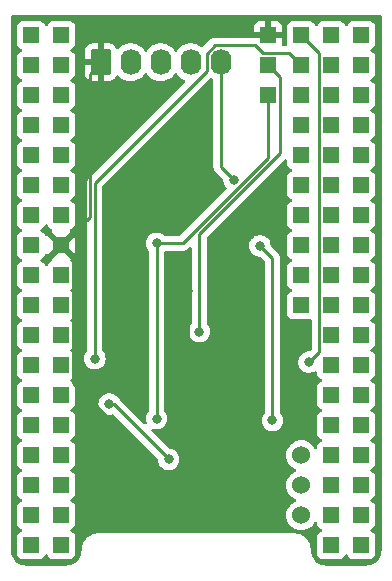
<source format=gbr>
%TF.GenerationSoftware,KiCad,Pcbnew,(7.0.0-0)*%
%TF.CreationDate,2023-08-15T00:25:00+01:00*%
%TF.ProjectId,EMGSensor3.1,454d4753-656e-4736-9f72-332e312e6b69,rev?*%
%TF.SameCoordinates,Original*%
%TF.FileFunction,Copper,L2,Bot*%
%TF.FilePolarity,Positive*%
%FSLAX46Y46*%
G04 Gerber Fmt 4.6, Leading zero omitted, Abs format (unit mm)*
G04 Created by KiCad (PCBNEW (7.0.0-0)) date 2023-08-15 00:25:00*
%MOMM*%
%LPD*%
G01*
G04 APERTURE LIST*
G04 Aperture macros list*
%AMRoundRect*
0 Rectangle with rounded corners*
0 $1 Rounding radius*
0 $2 $3 $4 $5 $6 $7 $8 $9 X,Y pos of 4 corners*
0 Add a 4 corners polygon primitive as box body*
4,1,4,$2,$3,$4,$5,$6,$7,$8,$9,$2,$3,0*
0 Add four circle primitives for the rounded corners*
1,1,$1+$1,$2,$3*
1,1,$1+$1,$4,$5*
1,1,$1+$1,$6,$7*
1,1,$1+$1,$8,$9*
0 Add four rect primitives between the rounded corners*
20,1,$1+$1,$2,$3,$4,$5,0*
20,1,$1+$1,$4,$5,$6,$7,0*
20,1,$1+$1,$6,$7,$8,$9,0*
20,1,$1+$1,$8,$9,$2,$3,0*%
G04 Aperture macros list end*
%TA.AperFunction,ComponentPad*%
%ADD10R,1.350000X1.350000*%
%TD*%
%TA.AperFunction,ComponentPad*%
%ADD11C,1.524000*%
%TD*%
%TA.AperFunction,ComponentPad*%
%ADD12RoundRect,0.250000X-0.620000X-0.845000X0.620000X-0.845000X0.620000X0.845000X-0.620000X0.845000X0*%
%TD*%
%TA.AperFunction,ComponentPad*%
%ADD13O,1.740000X2.190000*%
%TD*%
%TA.AperFunction,ViaPad*%
%ADD14C,0.800000*%
%TD*%
%TA.AperFunction,Conductor*%
%ADD15C,0.250000*%
%TD*%
G04 APERTURE END LIST*
D10*
%TO.P,GND,1,Pin_1*%
%TO.N,GND*%
X146964399Y-80111599D03*
%TD*%
%TO.P,+5,1,Pin_1*%
%TO.N,+5V*%
X146964399Y-82651599D03*
%TD*%
%TO.P,-5,1,Pin_1*%
%TO.N,-5V*%
X146964399Y-85191599D03*
%TD*%
%TO.P,J5,1,Pin_1*%
%TO.N,Out-A*%
X149758399Y-80111599D03*
%TD*%
%TO.P,J6,1,Pin_1*%
%TO.N,Out-B*%
X149758399Y-82651599D03*
%TD*%
%TO.P,GND,1,Pin_1*%
%TO.N,GND*%
X129438399Y-97891599D03*
%TD*%
%TO.P,3.3V,1,Pin_1*%
%TO.N,+3.3V*%
X129438399Y-95351599D03*
%TD*%
%TO.P,,1*%
%TO.N,N/C*%
X154838399Y-120751599D03*
%TD*%
%TO.P,,1*%
%TO.N,N/C*%
X149758399Y-85191599D03*
%TD*%
%TO.P,,1*%
%TO.N,N/C*%
X152298399Y-85191599D03*
%TD*%
%TO.P,,1*%
%TO.N,N/C*%
X126898399Y-118211599D03*
%TD*%
%TO.P,,1*%
%TO.N,N/C*%
X129438399Y-92811599D03*
%TD*%
%TO.P,,1*%
%TO.N,N/C*%
X126898399Y-123291599D03*
%TD*%
%TO.P,,1*%
%TO.N,N/C*%
X154838399Y-108051599D03*
%TD*%
%TO.P,,1*%
%TO.N,N/C*%
X152298399Y-108051599D03*
%TD*%
D11*
%TO.P,,P2_29*%
%TO.N,N/C*%
X149758400Y-115671600D03*
%TD*%
D10*
%TO.P,,1*%
%TO.N,N/C*%
X152298399Y-80111599D03*
%TD*%
%TO.P,,1*%
%TO.N,N/C*%
X126898399Y-115671599D03*
%TD*%
%TO.P,,1*%
%TO.N,N/C*%
X154838399Y-100431599D03*
%TD*%
%TO.P,,1*%
%TO.N,N/C*%
X126898399Y-82651599D03*
%TD*%
%TO.P,,1*%
%TO.N,N/C*%
X126898399Y-100431599D03*
%TD*%
%TO.P,,1*%
%TO.N,N/C*%
X129438399Y-80111599D03*
%TD*%
%TO.P,,1*%
%TO.N,N/C*%
X154838399Y-118211599D03*
%TD*%
%TO.P,,1*%
%TO.N,N/C*%
X129438399Y-87731599D03*
%TD*%
%TO.P,,1*%
%TO.N,N/C*%
X149758399Y-90271599D03*
%TD*%
%TO.P,,1*%
%TO.N,N/C*%
X152298399Y-123291599D03*
%TD*%
%TO.P,,1*%
%TO.N,N/C*%
X154838399Y-123291599D03*
%TD*%
%TO.P,,1*%
%TO.N,N/C*%
X126898399Y-92811599D03*
%TD*%
%TO.P,,1*%
%TO.N,N/C*%
X149758399Y-102971599D03*
%TD*%
%TO.P,,1*%
%TO.N,N/C*%
X126898399Y-120751599D03*
%TD*%
%TO.P,,1*%
%TO.N,N/C*%
X152298399Y-95351599D03*
%TD*%
%TO.P,,1*%
%TO.N,N/C*%
X152298399Y-110591599D03*
%TD*%
%TO.P,,1*%
%TO.N,N/C*%
X152298399Y-90271599D03*
%TD*%
%TO.P,,1*%
%TO.N,N/C*%
X152298399Y-115671599D03*
%TD*%
%TO.P,,1*%
%TO.N,N/C*%
X152298399Y-82651599D03*
%TD*%
%TO.P,,1*%
%TO.N,N/C*%
X154838399Y-92811599D03*
%TD*%
%TO.P,,1*%
%TO.N,N/C*%
X126898399Y-113131599D03*
%TD*%
%TO.P,,1*%
%TO.N,N/C*%
X126898399Y-90271599D03*
%TD*%
%TO.P,,1*%
%TO.N,N/C*%
X149758399Y-95351599D03*
%TD*%
D12*
%TO.P,J1,1,Pin_1*%
%TO.N,GND*%
X132791200Y-82397600D03*
D13*
%TO.P,J1,2,Pin_2*%
%TO.N,/End-Muscle-A*%
X135331199Y-82397599D03*
%TO.P,J1,3,Pin_3*%
%TO.N,/Mid-Muscle-A*%
X137871199Y-82397599D03*
%TO.P,J1,4,Pin_4*%
%TO.N,/End-Muscle-B*%
X140411199Y-82397599D03*
%TO.P,J1,5,Pin_5*%
%TO.N,/Mid-Muscle-B*%
X142951199Y-82397599D03*
%TD*%
D11*
%TO.P,,P2_29*%
%TO.N,N/C*%
X149758400Y-118211600D03*
%TD*%
D10*
%TO.P,,1*%
%TO.N,N/C*%
X152298399Y-97891599D03*
%TD*%
%TO.P,,1*%
%TO.N,N/C*%
X154838399Y-97891599D03*
%TD*%
%TO.P,,1*%
%TO.N,N/C*%
X154838399Y-87731599D03*
%TD*%
%TO.P,,1*%
%TO.N,N/C*%
X152298399Y-102971599D03*
%TD*%
%TO.P,,1*%
%TO.N,N/C*%
X129438399Y-123291599D03*
%TD*%
%TO.P,,1*%
%TO.N,N/C*%
X154838399Y-82651599D03*
%TD*%
%TO.P,,1*%
%TO.N,N/C*%
X129438399Y-120751599D03*
%TD*%
%TO.P,,1*%
%TO.N,N/C*%
X126898399Y-105511599D03*
%TD*%
%TO.P,,1*%
%TO.N,N/C*%
X126898399Y-95351599D03*
%TD*%
%TO.P,,1*%
%TO.N,N/C*%
X154838399Y-85191599D03*
%TD*%
%TO.P,,1*%
%TO.N,N/C*%
X154838399Y-110591599D03*
%TD*%
%TO.P,,1*%
%TO.N,N/C*%
X126898399Y-108051599D03*
%TD*%
%TO.P,,1*%
%TO.N,N/C*%
X129438399Y-115671599D03*
%TD*%
%TO.P,,1*%
%TO.N,N/C*%
X149758399Y-87731599D03*
%TD*%
%TO.P,,1*%
%TO.N,N/C*%
X129438399Y-118211599D03*
%TD*%
%TO.P,,1*%
%TO.N,N/C*%
X129438399Y-102971599D03*
%TD*%
%TO.P,,1*%
%TO.N,N/C*%
X126898399Y-110591599D03*
%TD*%
%TO.P,,1*%
%TO.N,N/C*%
X154838399Y-80111599D03*
%TD*%
%TO.P,,1*%
%TO.N,N/C*%
X152298399Y-92811599D03*
%TD*%
%TO.P,,1*%
%TO.N,N/C*%
X154838399Y-115671599D03*
%TD*%
%TO.P,,1*%
%TO.N,N/C*%
X129438399Y-82651599D03*
%TD*%
%TO.P,,1*%
%TO.N,N/C*%
X152298399Y-113131599D03*
%TD*%
%TO.P,,1*%
%TO.N,N/C*%
X152298399Y-87731599D03*
%TD*%
%TO.P,,1*%
%TO.N,N/C*%
X154838399Y-90271599D03*
%TD*%
%TO.P,,1*%
%TO.N,N/C*%
X154838399Y-102971599D03*
%TD*%
%TO.P,,1*%
%TO.N,N/C*%
X129438399Y-105511599D03*
%TD*%
D11*
%TO.P,,P2_29*%
%TO.N,N/C*%
X149758400Y-120751600D03*
%TD*%
D10*
%TO.P,,1*%
%TO.N,N/C*%
X129438399Y-100431599D03*
%TD*%
%TO.P,,1*%
%TO.N,N/C*%
X129438399Y-108051599D03*
%TD*%
%TO.P,,1*%
%TO.N,N/C*%
X126898399Y-97891599D03*
%TD*%
%TO.P,,1*%
%TO.N,N/C*%
X152298399Y-105511599D03*
%TD*%
%TO.P,,1*%
%TO.N,N/C*%
X154838399Y-113131599D03*
%TD*%
%TO.P,,1*%
%TO.N,N/C*%
X129438399Y-110591599D03*
%TD*%
%TO.P,,1*%
%TO.N,N/C*%
X152298399Y-120751599D03*
%TD*%
%TO.P,,1*%
%TO.N,N/C*%
X152298399Y-100431599D03*
%TD*%
%TO.P,,1*%
%TO.N,N/C*%
X149758399Y-100431599D03*
%TD*%
%TO.P,,1*%
%TO.N,N/C*%
X152298399Y-118211599D03*
%TD*%
%TO.P,,1*%
%TO.N,N/C*%
X149758399Y-97891599D03*
%TD*%
%TO.P,,1*%
%TO.N,N/C*%
X126898399Y-80111599D03*
%TD*%
%TO.P,,1*%
%TO.N,N/C*%
X129438399Y-113131599D03*
%TD*%
%TO.P,,1*%
%TO.N,N/C*%
X154838399Y-95351599D03*
%TD*%
%TO.P,,1*%
%TO.N,N/C*%
X129438399Y-85191599D03*
%TD*%
%TO.P,,1*%
%TO.N,N/C*%
X149758399Y-92811599D03*
%TD*%
%TO.P,,1*%
%TO.N,N/C*%
X126898399Y-102971599D03*
%TD*%
%TO.P,,1*%
%TO.N,N/C*%
X129438399Y-90271599D03*
%TD*%
%TO.P,,1*%
%TO.N,N/C*%
X126898399Y-85191599D03*
%TD*%
%TO.P,,1*%
%TO.N,N/C*%
X126898399Y-87731599D03*
%TD*%
%TO.P,,1*%
%TO.N,N/C*%
X154838399Y-105511599D03*
%TD*%
D14*
%TO.N,GND*%
X140208000Y-101803200D03*
X140208000Y-109524800D03*
X142290800Y-112420400D03*
X131013200Y-119837200D03*
X141173200Y-119837200D03*
%TO.N,Out-A*%
X150418800Y-107797600D03*
%TO.N,+3.3V*%
X138531600Y-116027200D03*
X133502400Y-111353600D03*
%TO.N,Out-B*%
X132283200Y-107492800D03*
%TO.N,/Mid-Muscle-B*%
X144068800Y-92354400D03*
%TO.N,Net-(R17-Pad1)*%
X147320000Y-112725200D03*
X146253200Y-97942400D03*
%TO.N,+5V*%
X141122400Y-105206800D03*
%TO.N,-5V*%
X137515600Y-112572800D03*
X137515600Y-97739200D03*
%TD*%
D15*
%TO.N,GND*%
X129438400Y-97891600D02*
X131833200Y-95496800D01*
X131833200Y-83355600D02*
X132791200Y-82397600D01*
X131833200Y-95496800D02*
X131833200Y-83355600D01*
X140208000Y-109524800D02*
X140208000Y-101803200D01*
X141173200Y-119837200D02*
X131013200Y-119837200D01*
X140208000Y-110337600D02*
X140208000Y-109524800D01*
X130438400Y-98891600D02*
X129438400Y-97891600D01*
X131013200Y-119837200D02*
X131064000Y-119837200D01*
X142290800Y-112420400D02*
X140208000Y-110337600D01*
X140208000Y-109524800D02*
X140208000Y-109575600D01*
X142290800Y-118719600D02*
X142290800Y-112420400D01*
X130438400Y-109591600D02*
X130438400Y-98891600D01*
X142290800Y-112420400D02*
X142290800Y-112471200D01*
X140684000Y-119837200D02*
X130438400Y-109591600D01*
X141173200Y-119837200D02*
X142290800Y-118719600D01*
X140208000Y-101803200D02*
X140208000Y-101904800D01*
X141173200Y-119837200D02*
X140684000Y-119837200D01*
%TO.N,Out-A*%
X150418800Y-107797600D02*
X151298400Y-106918000D01*
X151298400Y-81651600D02*
X149758400Y-80111600D01*
X151298400Y-106918000D02*
X151298400Y-81651600D01*
%TO.N,+3.3V*%
X133908800Y-111353600D02*
X138531600Y-115976400D01*
X138531600Y-116027200D02*
X138582400Y-116027200D01*
X138582400Y-116027200D02*
X138531600Y-115976400D01*
X138531600Y-115976400D02*
X138531600Y-116027200D01*
X133502400Y-111353600D02*
X133908800Y-111353600D01*
%TO.N,Out-B*%
X132283200Y-107492800D02*
X132232400Y-107492800D01*
X148742400Y-81635600D02*
X149758400Y-82651600D01*
X142456215Y-80977600D02*
X145830400Y-80977600D01*
X145830400Y-80977600D02*
X146488400Y-81635600D01*
X146488400Y-81635600D02*
X148742400Y-81635600D01*
X141756200Y-83117585D02*
X141756200Y-81677615D01*
X132283200Y-107492800D02*
X132283200Y-92590585D01*
X132283200Y-92590585D02*
X141756200Y-83117585D01*
X141756200Y-81677615D02*
X142456215Y-80977600D01*
X132232400Y-107492800D02*
X132283200Y-107442000D01*
X132283200Y-107442000D02*
X132283200Y-107492800D01*
%TO.N,/Mid-Muscle-B*%
X144068800Y-92354400D02*
X142951200Y-91236800D01*
X142951200Y-91236800D02*
X142951200Y-82397600D01*
%TO.N,Net-(R17-Pad1)*%
X147320000Y-112725200D02*
X147320000Y-99009200D01*
X146253200Y-97942400D02*
X146253200Y-97942400D01*
X147320000Y-99009200D02*
X146253200Y-97942400D01*
X146253200Y-97942400D02*
X146253200Y-97942400D01*
X146253200Y-97942400D02*
X146304000Y-97993200D01*
%TO.N,+5V*%
X147964400Y-83651600D02*
X146964400Y-82651600D01*
X147964400Y-90120501D02*
X147964400Y-83651600D01*
X141122400Y-105206800D02*
X141122400Y-96962501D01*
X141122400Y-96962501D02*
X147964400Y-90120501D01*
%TO.N,-5V*%
X146964400Y-85191600D02*
X146964400Y-90484105D01*
X137515600Y-112572800D02*
X137515600Y-97739200D01*
X146964400Y-90484105D02*
X139709305Y-97739200D01*
X139709305Y-97739200D02*
X137515600Y-97739200D01*
%TD*%
%TA.AperFunction,Conductor*%
%TO.N,GND*%
G36*
X156503886Y-78400715D02*
G01*
X156549273Y-78446107D01*
X156565882Y-78508113D01*
X156561233Y-123676919D01*
X156557824Y-123676918D01*
X156557825Y-123676922D01*
X156561232Y-123676922D01*
X156561232Y-123688453D01*
X156560850Y-123698182D01*
X156558288Y-123730722D01*
X156545728Y-123890270D01*
X156542683Y-123909487D01*
X156498844Y-124092076D01*
X156492831Y-124110581D01*
X156420963Y-124284079D01*
X156412130Y-124301415D01*
X156314015Y-124461524D01*
X156302578Y-124477266D01*
X156180618Y-124620060D01*
X156166860Y-124633818D01*
X156024066Y-124755778D01*
X156008324Y-124767215D01*
X155848215Y-124865330D01*
X155830879Y-124874163D01*
X155657381Y-124946031D01*
X155638876Y-124952044D01*
X155456287Y-124995883D01*
X155437069Y-124998928D01*
X155244972Y-125014050D01*
X155235241Y-125014432D01*
X155223722Y-125014432D01*
X155223722Y-125011875D01*
X155223686Y-125011872D01*
X155223690Y-125014454D01*
X151896957Y-125019092D01*
X151887055Y-125018710D01*
X151695061Y-125003600D01*
X151675843Y-125000556D01*
X151493247Y-124956719D01*
X151474741Y-124950706D01*
X151301247Y-124878842D01*
X151283910Y-124870008D01*
X151167687Y-124798787D01*
X151123796Y-124771890D01*
X151108058Y-124760455D01*
X150965262Y-124638496D01*
X150951503Y-124624737D01*
X150829544Y-124481941D01*
X150818110Y-124466205D01*
X150719991Y-124306089D01*
X150711157Y-124288752D01*
X150641234Y-124119943D01*
X150639291Y-124115251D01*
X150633282Y-124096759D01*
X150589442Y-123914151D01*
X150586399Y-123894938D01*
X150571282Y-123702854D01*
X150570900Y-123693125D01*
X150570900Y-123590956D01*
X150570900Y-123586078D01*
X150535883Y-123364991D01*
X150469738Y-123161418D01*
X150468217Y-123156737D01*
X150468215Y-123156733D01*
X150466711Y-123152103D01*
X150365089Y-122952657D01*
X150233517Y-122771564D01*
X150075236Y-122613283D01*
X149894143Y-122481711D01*
X149729638Y-122397892D01*
X149699039Y-122382301D01*
X149699035Y-122382299D01*
X149694697Y-122380089D01*
X149690073Y-122378586D01*
X149690062Y-122378582D01*
X149486438Y-122312421D01*
X149486437Y-122312420D01*
X149481809Y-122310917D01*
X149476998Y-122310155D01*
X149265542Y-122276663D01*
X149265536Y-122276662D01*
X149260722Y-122275900D01*
X149255844Y-122275900D01*
X149158838Y-122275900D01*
X149158838Y-122272851D01*
X149158830Y-122272850D01*
X149158831Y-122275897D01*
X149148186Y-122275900D01*
X149132392Y-122275900D01*
X149132392Y-122272737D01*
X149132384Y-122272737D01*
X149132385Y-122275904D01*
X132583918Y-122280568D01*
X132583333Y-122280568D01*
X132573548Y-122280570D01*
X132573538Y-122280570D01*
X132573273Y-122280571D01*
X132573190Y-122280604D01*
X132572930Y-122280630D01*
X132476286Y-122280630D01*
X132476285Y-122280630D01*
X132471414Y-122280630D01*
X132466613Y-122281390D01*
X132466604Y-122281391D01*
X132255136Y-122314880D01*
X132250331Y-122315641D01*
X132245712Y-122317141D01*
X132245702Y-122317144D01*
X132042082Y-122383298D01*
X132042072Y-122383301D01*
X132037446Y-122384805D01*
X132033113Y-122387012D01*
X132033100Y-122387018D01*
X131842341Y-122484210D01*
X131842338Y-122484211D01*
X131838002Y-122486421D01*
X131834078Y-122489271D01*
X131834063Y-122489281D01*
X131660851Y-122615122D01*
X131660844Y-122615127D01*
X131656910Y-122617986D01*
X131653467Y-122621428D01*
X131653462Y-122621433D01*
X131502080Y-122772808D01*
X131502073Y-122772815D01*
X131498629Y-122776260D01*
X131495768Y-122780197D01*
X131495760Y-122780207D01*
X131369919Y-122953405D01*
X131367056Y-122957346D01*
X131364851Y-122961672D01*
X131364845Y-122961683D01*
X131267641Y-123152446D01*
X131267636Y-123152456D01*
X131265431Y-123156785D01*
X131263927Y-123161412D01*
X131263925Y-123161418D01*
X131197762Y-123365029D01*
X131197759Y-123365038D01*
X131196256Y-123369666D01*
X131161235Y-123590748D01*
X131161234Y-123595614D01*
X131161234Y-123595625D01*
X131161232Y-123686259D01*
X131158178Y-123686258D01*
X131158179Y-123686269D01*
X131161231Y-123686269D01*
X131161231Y-123697801D01*
X131160849Y-123707527D01*
X131145736Y-123899609D01*
X131142693Y-123918827D01*
X131098858Y-124101436D01*
X131092845Y-124119943D01*
X131020985Y-124293438D01*
X131012152Y-124310774D01*
X130914034Y-124470897D01*
X130902597Y-124486639D01*
X130780644Y-124629434D01*
X130766886Y-124643194D01*
X130624084Y-124765164D01*
X130608342Y-124776601D01*
X130448231Y-124874722D01*
X130430895Y-124883556D01*
X130257395Y-124955428D01*
X130238889Y-124961441D01*
X130056294Y-125005282D01*
X130037076Y-125008327D01*
X129845871Y-125023380D01*
X129835966Y-125023762D01*
X126508439Y-125019122D01*
X126508444Y-125015528D01*
X126508408Y-125015532D01*
X126508408Y-125019100D01*
X126496885Y-125019100D01*
X126487157Y-125018718D01*
X126446673Y-125015532D01*
X126295061Y-125003600D01*
X126275843Y-125000556D01*
X126093247Y-124956719D01*
X126074741Y-124950706D01*
X125901247Y-124878842D01*
X125883910Y-124870008D01*
X125767687Y-124798787D01*
X125723796Y-124771890D01*
X125708058Y-124760455D01*
X125565262Y-124638496D01*
X125551503Y-124624737D01*
X125429544Y-124481941D01*
X125418110Y-124466205D01*
X125319991Y-124306089D01*
X125311157Y-124288752D01*
X125241234Y-124119943D01*
X125239291Y-124115251D01*
X125233282Y-124096759D01*
X125213711Y-124015238D01*
X125714900Y-124015238D01*
X125715252Y-124018518D01*
X125715253Y-124018524D01*
X125716595Y-124031009D01*
X125721411Y-124075801D01*
X125724117Y-124083058D01*
X125724119Y-124083063D01*
X125769411Y-124204494D01*
X125772511Y-124212804D01*
X125777825Y-124219903D01*
X125777826Y-124219904D01*
X125845850Y-124310774D01*
X125860139Y-124329861D01*
X125977196Y-124417489D01*
X126114199Y-124468589D01*
X126174762Y-124475100D01*
X127618728Y-124475100D01*
X127622038Y-124475100D01*
X127682601Y-124468589D01*
X127819604Y-124417489D01*
X127936661Y-124329861D01*
X128024289Y-124212804D01*
X128052218Y-124137923D01*
X128085868Y-124088714D01*
X128138593Y-124060894D01*
X128198207Y-124060894D01*
X128250932Y-124088714D01*
X128284581Y-124137923D01*
X128312511Y-124212804D01*
X128317825Y-124219903D01*
X128317826Y-124219904D01*
X128385850Y-124310774D01*
X128400139Y-124329861D01*
X128517196Y-124417489D01*
X128654199Y-124468589D01*
X128714762Y-124475100D01*
X130158728Y-124475100D01*
X130162038Y-124475100D01*
X130222601Y-124468589D01*
X130359604Y-124417489D01*
X130476661Y-124329861D01*
X130564289Y-124212804D01*
X130615389Y-124075801D01*
X130621900Y-124015238D01*
X130621900Y-122567962D01*
X130615389Y-122507399D01*
X130564289Y-122370396D01*
X130476661Y-122253339D01*
X130359604Y-122165711D01*
X130351296Y-122162612D01*
X130351294Y-122162611D01*
X130284724Y-122137782D01*
X130235514Y-122104132D01*
X130207694Y-122051407D01*
X130207694Y-121991793D01*
X130235514Y-121939068D01*
X130284724Y-121905418D01*
X130359604Y-121877489D01*
X130476661Y-121789861D01*
X130564289Y-121672804D01*
X130615389Y-121535801D01*
X130621900Y-121475238D01*
X130621900Y-120027962D01*
X130615389Y-119967399D01*
X130564289Y-119830396D01*
X130476661Y-119713339D01*
X130359604Y-119625711D01*
X130351296Y-119622612D01*
X130351294Y-119622611D01*
X130284724Y-119597782D01*
X130235514Y-119564132D01*
X130207694Y-119511407D01*
X130207694Y-119451793D01*
X130235514Y-119399068D01*
X130284724Y-119365418D01*
X130359604Y-119337489D01*
X130476661Y-119249861D01*
X130564289Y-119132804D01*
X130615389Y-118995801D01*
X130621900Y-118935238D01*
X130621900Y-117487962D01*
X130615389Y-117427399D01*
X130564289Y-117290396D01*
X130476661Y-117173339D01*
X130359604Y-117085711D01*
X130351295Y-117082612D01*
X130351290Y-117082609D01*
X130284723Y-117057780D01*
X130235513Y-117024130D01*
X130207694Y-116971405D01*
X130207694Y-116911790D01*
X130235515Y-116859065D01*
X130284724Y-116825417D01*
X130359604Y-116797489D01*
X130476661Y-116709861D01*
X130564289Y-116592804D01*
X130615389Y-116455801D01*
X130621900Y-116395238D01*
X130621900Y-114947962D01*
X130615389Y-114887399D01*
X130564289Y-114750396D01*
X130476661Y-114633339D01*
X130359604Y-114545711D01*
X130351296Y-114542612D01*
X130351294Y-114542611D01*
X130284724Y-114517782D01*
X130235514Y-114484132D01*
X130207694Y-114431407D01*
X130207694Y-114371793D01*
X130235514Y-114319068D01*
X130284724Y-114285418D01*
X130359604Y-114257489D01*
X130476661Y-114169861D01*
X130564289Y-114052804D01*
X130615389Y-113915801D01*
X130621900Y-113855238D01*
X130621900Y-112407962D01*
X130615389Y-112347399D01*
X130564289Y-112210396D01*
X130476661Y-112093339D01*
X130393423Y-112031028D01*
X130366704Y-112011026D01*
X130366703Y-112011025D01*
X130359604Y-112005711D01*
X130351296Y-112002612D01*
X130351294Y-112002611D01*
X130284724Y-111977782D01*
X130235514Y-111944132D01*
X130207694Y-111891407D01*
X130207694Y-111831793D01*
X130235514Y-111779068D01*
X130284724Y-111745418D01*
X130323964Y-111730782D01*
X130359604Y-111717489D01*
X130476661Y-111629861D01*
X130564289Y-111512804D01*
X130615389Y-111375801D01*
X130621900Y-111315238D01*
X130621900Y-109867962D01*
X130615389Y-109807399D01*
X130564289Y-109670396D01*
X130476661Y-109553339D01*
X130359604Y-109465711D01*
X130351296Y-109462612D01*
X130351294Y-109462611D01*
X130284724Y-109437782D01*
X130235514Y-109404132D01*
X130207694Y-109351407D01*
X130207694Y-109291793D01*
X130235514Y-109239068D01*
X130284724Y-109205418D01*
X130359604Y-109177489D01*
X130476661Y-109089861D01*
X130564289Y-108972804D01*
X130615389Y-108835801D01*
X130621900Y-108775238D01*
X130621900Y-107492800D01*
X131369696Y-107492800D01*
X131370375Y-107499260D01*
X131388978Y-107676267D01*
X131388979Y-107676275D01*
X131389658Y-107682728D01*
X131391663Y-107688900D01*
X131391665Y-107688907D01*
X131424883Y-107791140D01*
X131448673Y-107864356D01*
X131451920Y-107869980D01*
X131451921Y-107869982D01*
X131519786Y-107987528D01*
X131544160Y-108029744D01*
X131671947Y-108171666D01*
X131677197Y-108175480D01*
X131677200Y-108175483D01*
X131820063Y-108279279D01*
X131826448Y-108283918D01*
X132000912Y-108361594D01*
X132007270Y-108362945D01*
X132007272Y-108362946D01*
X132044074Y-108370768D01*
X132187713Y-108401300D01*
X132372184Y-108401300D01*
X132378687Y-108401300D01*
X132565488Y-108361594D01*
X132739952Y-108283918D01*
X132894453Y-108171666D01*
X133022240Y-108029744D01*
X133117727Y-107864356D01*
X133176742Y-107682728D01*
X133196704Y-107492800D01*
X133176742Y-107302872D01*
X133117727Y-107121244D01*
X133022240Y-106955856D01*
X132948549Y-106874014D01*
X132924936Y-106835481D01*
X132916700Y-106791043D01*
X132916700Y-92904351D01*
X132926139Y-92856898D01*
X132953019Y-92816670D01*
X137317761Y-88451928D01*
X142002667Y-83767021D01*
X142052362Y-83736665D01*
X142110437Y-83732342D01*
X142164081Y-83755009D01*
X142221594Y-83797546D01*
X142221603Y-83797551D01*
X142225829Y-83800677D01*
X142230531Y-83803047D01*
X142230530Y-83803047D01*
X142249524Y-83812624D01*
X142299289Y-83858332D01*
X142317700Y-83923347D01*
X142317700Y-91157954D01*
X142317168Y-91169237D01*
X142315498Y-91176709D01*
X142315743Y-91184505D01*
X142315743Y-91184507D01*
X142317639Y-91244817D01*
X142317700Y-91248713D01*
X142317700Y-91276656D01*
X142318188Y-91280521D01*
X142318189Y-91280532D01*
X142318219Y-91280770D01*
X142319134Y-91292396D01*
X142320281Y-91328896D01*
X142320282Y-91328903D01*
X142320527Y-91336689D01*
X142322700Y-91344170D01*
X142322702Y-91344180D01*
X142326222Y-91356295D01*
X142330167Y-91375342D01*
X142332726Y-91395597D01*
X142335595Y-91402845D01*
X142335598Y-91402854D01*
X142349038Y-91436801D01*
X142352821Y-91447848D01*
X142354928Y-91455100D01*
X142365182Y-91490393D01*
X142369153Y-91497108D01*
X142369154Y-91497110D01*
X142375575Y-91507968D01*
X142384130Y-91525431D01*
X142391648Y-91544417D01*
X142396230Y-91550724D01*
X142396231Y-91550725D01*
X142417691Y-91580262D01*
X142424105Y-91590027D01*
X142446658Y-91628162D01*
X142452176Y-91633680D01*
X142461089Y-91642593D01*
X142473725Y-91657388D01*
X142481138Y-91667591D01*
X142481143Y-91667596D01*
X142485728Y-91673907D01*
X142519867Y-91702149D01*
X142528508Y-91710012D01*
X143122178Y-92303683D01*
X143146418Y-92337980D01*
X143157818Y-92378402D01*
X143171708Y-92510555D01*
X143175258Y-92544328D01*
X143177263Y-92550500D01*
X143177265Y-92550507D01*
X143201896Y-92626312D01*
X143234273Y-92725956D01*
X143237520Y-92731580D01*
X143237521Y-92731582D01*
X143309872Y-92856898D01*
X143329760Y-92891344D01*
X143341472Y-92904351D01*
X143408083Y-92978331D01*
X143436755Y-93033409D01*
X143435129Y-93095482D01*
X143403614Y-93148984D01*
X139483219Y-97069381D01*
X139442991Y-97096261D01*
X139395538Y-97105700D01*
X138222909Y-97105700D01*
X138172474Y-97094980D01*
X138136578Y-97068900D01*
X138136029Y-97069510D01*
X138131198Y-97065160D01*
X138126853Y-97060334D01*
X138121603Y-97056519D01*
X138121599Y-97056516D01*
X137977606Y-96951899D01*
X137977604Y-96951897D01*
X137972352Y-96948082D01*
X137966421Y-96945441D01*
X137966417Y-96945439D01*
X137803826Y-96873049D01*
X137803819Y-96873046D01*
X137797888Y-96870406D01*
X137791535Y-96869055D01*
X137791527Y-96869053D01*
X137617449Y-96832052D01*
X137617446Y-96832051D01*
X137611087Y-96830700D01*
X137420113Y-96830700D01*
X137413754Y-96832051D01*
X137413750Y-96832052D01*
X137239672Y-96869053D01*
X137239661Y-96869056D01*
X137233312Y-96870406D01*
X137227382Y-96873045D01*
X137227373Y-96873049D01*
X137064782Y-96945439D01*
X137064774Y-96945443D01*
X137058848Y-96948082D01*
X137053599Y-96951895D01*
X137053593Y-96951899D01*
X136909600Y-97056516D01*
X136909591Y-97056523D01*
X136904347Y-97060334D01*
X136900003Y-97065157D01*
X136900000Y-97065161D01*
X136780907Y-97197428D01*
X136776560Y-97202256D01*
X136773314Y-97207876D01*
X136773311Y-97207882D01*
X136684321Y-97362017D01*
X136684318Y-97362022D01*
X136681073Y-97367644D01*
X136679067Y-97373816D01*
X136679065Y-97373822D01*
X136624065Y-97543092D01*
X136624063Y-97543101D01*
X136622058Y-97549272D01*
X136621380Y-97555722D01*
X136621378Y-97555732D01*
X136603378Y-97726995D01*
X136602096Y-97739200D01*
X136602775Y-97745660D01*
X136621378Y-97922667D01*
X136621379Y-97922675D01*
X136622058Y-97929128D01*
X136624063Y-97935300D01*
X136624065Y-97935307D01*
X136677115Y-98098575D01*
X136681073Y-98110756D01*
X136684320Y-98116380D01*
X136684321Y-98116382D01*
X136761483Y-98250031D01*
X136776560Y-98276144D01*
X136847384Y-98354802D01*
X136850250Y-98357985D01*
X136873864Y-98396519D01*
X136882100Y-98440957D01*
X136882100Y-111871043D01*
X136873864Y-111915481D01*
X136850250Y-111954015D01*
X136783960Y-112027638D01*
X136776560Y-112035856D01*
X136773314Y-112041476D01*
X136773311Y-112041482D01*
X136684321Y-112195617D01*
X136684318Y-112195622D01*
X136681073Y-112201244D01*
X136679067Y-112207416D01*
X136679065Y-112207422D01*
X136624065Y-112376692D01*
X136624063Y-112376701D01*
X136622058Y-112382872D01*
X136621380Y-112389322D01*
X136621378Y-112389332D01*
X136606690Y-112529092D01*
X136602096Y-112572800D01*
X136602775Y-112579260D01*
X136621378Y-112756267D01*
X136621379Y-112756275D01*
X136622058Y-112762728D01*
X136624063Y-112768900D01*
X136624065Y-112768907D01*
X136658933Y-112876217D01*
X136662016Y-112941585D01*
X136631394Y-112999419D01*
X136575597Y-113033611D01*
X136510164Y-113034639D01*
X136453321Y-113002216D01*
X134412495Y-110961390D01*
X134404903Y-110953048D01*
X134400800Y-110946582D01*
X134351116Y-110899926D01*
X134348350Y-110897245D01*
X134331327Y-110880222D01*
X134331327Y-110880221D01*
X134328570Y-110877465D01*
X134325286Y-110874917D01*
X134316424Y-110867346D01*
X134289809Y-110842354D01*
X134289803Y-110842349D01*
X134284121Y-110837014D01*
X134277288Y-110833258D01*
X134277282Y-110833253D01*
X134266229Y-110827176D01*
X134249974Y-110816499D01*
X134233845Y-110803989D01*
X134234421Y-110803245D01*
X134215184Y-110787495D01*
X134117999Y-110679561D01*
X134113653Y-110674734D01*
X134108403Y-110670919D01*
X134108399Y-110670916D01*
X133964406Y-110566299D01*
X133964404Y-110566297D01*
X133959152Y-110562482D01*
X133953221Y-110559841D01*
X133953217Y-110559839D01*
X133790626Y-110487449D01*
X133790619Y-110487446D01*
X133784688Y-110484806D01*
X133778335Y-110483455D01*
X133778327Y-110483453D01*
X133604249Y-110446452D01*
X133604246Y-110446451D01*
X133597887Y-110445100D01*
X133406913Y-110445100D01*
X133400554Y-110446451D01*
X133400550Y-110446452D01*
X133226472Y-110483453D01*
X133226461Y-110483456D01*
X133220112Y-110484806D01*
X133214182Y-110487445D01*
X133214173Y-110487449D01*
X133051582Y-110559839D01*
X133051574Y-110559843D01*
X133045648Y-110562482D01*
X133040399Y-110566295D01*
X133040393Y-110566299D01*
X132896400Y-110670916D01*
X132896391Y-110670923D01*
X132891147Y-110674734D01*
X132886803Y-110679557D01*
X132886800Y-110679561D01*
X132777200Y-110801285D01*
X132763360Y-110816656D01*
X132760114Y-110822276D01*
X132760111Y-110822282D01*
X132671121Y-110976417D01*
X132671118Y-110976422D01*
X132667873Y-110982044D01*
X132665867Y-110988216D01*
X132665865Y-110988222D01*
X132610865Y-111157492D01*
X132610863Y-111157501D01*
X132608858Y-111163672D01*
X132608180Y-111170122D01*
X132608178Y-111170132D01*
X132590178Y-111341395D01*
X132588896Y-111353600D01*
X132589575Y-111360060D01*
X132608178Y-111537067D01*
X132608179Y-111537075D01*
X132608858Y-111543528D01*
X132610863Y-111549700D01*
X132610865Y-111549707D01*
X132665382Y-111717489D01*
X132667873Y-111725156D01*
X132763360Y-111890544D01*
X132891147Y-112032466D01*
X132896397Y-112036280D01*
X132896400Y-112036283D01*
X133039263Y-112140079D01*
X133045648Y-112144718D01*
X133051581Y-112147359D01*
X133051582Y-112147360D01*
X133211839Y-112218711D01*
X133220112Y-112222394D01*
X133226470Y-112223745D01*
X133226472Y-112223746D01*
X133263274Y-112231568D01*
X133406913Y-112262100D01*
X133591384Y-112262100D01*
X133597887Y-112262100D01*
X133784688Y-112222394D01*
X133786730Y-112221484D01*
X133852357Y-112218904D01*
X133911093Y-112251797D01*
X137582779Y-115923483D01*
X137611984Y-115969768D01*
X137617250Y-116014239D01*
X137618775Y-116014239D01*
X137618775Y-116020739D01*
X137618096Y-116027200D01*
X137618775Y-116033660D01*
X137637378Y-116210667D01*
X137637379Y-116210675D01*
X137638058Y-116217128D01*
X137640063Y-116223300D01*
X137640065Y-116223307D01*
X137694854Y-116391928D01*
X137697073Y-116398756D01*
X137700320Y-116404380D01*
X137700321Y-116404382D01*
X137747989Y-116486946D01*
X137792560Y-116564144D01*
X137920347Y-116706066D01*
X137925597Y-116709880D01*
X137925600Y-116709883D01*
X138019870Y-116778374D01*
X138074848Y-116818318D01*
X138080781Y-116820959D01*
X138080782Y-116820960D01*
X138166367Y-116859065D01*
X138249312Y-116895994D01*
X138255670Y-116897345D01*
X138255672Y-116897346D01*
X138292474Y-116905168D01*
X138436113Y-116935700D01*
X138620584Y-116935700D01*
X138627087Y-116935700D01*
X138813888Y-116895994D01*
X138988352Y-116818318D01*
X139142853Y-116706066D01*
X139270640Y-116564144D01*
X139366127Y-116398756D01*
X139425142Y-116217128D01*
X139445104Y-116027200D01*
X139425142Y-115837272D01*
X139366127Y-115655644D01*
X139270640Y-115490256D01*
X139142853Y-115348334D01*
X139137603Y-115344519D01*
X139137599Y-115344516D01*
X138993606Y-115239899D01*
X138993604Y-115239897D01*
X138988352Y-115236082D01*
X138982421Y-115233441D01*
X138982417Y-115233439D01*
X138819826Y-115161049D01*
X138819819Y-115161046D01*
X138813888Y-115158406D01*
X138807535Y-115157055D01*
X138807527Y-115157053D01*
X138633449Y-115120052D01*
X138633446Y-115120051D01*
X138627087Y-115118700D01*
X138620585Y-115118700D01*
X138614124Y-115118021D01*
X138614198Y-115117313D01*
X138573714Y-115109261D01*
X138533486Y-115082381D01*
X137092427Y-113641322D01*
X137059384Y-113581955D01*
X137062585Y-113514088D01*
X137101070Y-113458095D01*
X137163284Y-113430788D01*
X137220543Y-113438939D01*
X137221193Y-113436942D01*
X137227374Y-113438950D01*
X137233312Y-113441594D01*
X137239670Y-113442945D01*
X137239672Y-113442946D01*
X137276474Y-113450768D01*
X137420113Y-113481300D01*
X137604584Y-113481300D01*
X137611087Y-113481300D01*
X137797888Y-113441594D01*
X137972352Y-113363918D01*
X138126853Y-113251666D01*
X138254640Y-113109744D01*
X138350127Y-112944356D01*
X138409142Y-112762728D01*
X138429104Y-112572800D01*
X138409142Y-112382872D01*
X138350127Y-112201244D01*
X138254640Y-112035856D01*
X138180949Y-111954014D01*
X138157336Y-111915481D01*
X138149100Y-111871043D01*
X138149100Y-98496700D01*
X138165713Y-98434700D01*
X138211100Y-98389313D01*
X138273100Y-98372700D01*
X139630459Y-98372700D01*
X139641742Y-98373231D01*
X139649214Y-98374902D01*
X139717322Y-98372760D01*
X139721218Y-98372700D01*
X139745263Y-98372700D01*
X139749161Y-98372700D01*
X139753029Y-98372211D01*
X139753252Y-98372183D01*
X139764913Y-98371264D01*
X139809194Y-98369873D01*
X139828795Y-98364177D01*
X139847846Y-98360232D01*
X139868102Y-98357674D01*
X139899327Y-98345310D01*
X139909298Y-98341363D01*
X139920348Y-98337579D01*
X139962898Y-98325218D01*
X139980470Y-98314825D01*
X139997937Y-98306268D01*
X140016922Y-98298752D01*
X140052780Y-98272698D01*
X140062528Y-98266296D01*
X140100667Y-98243742D01*
X140115098Y-98229310D01*
X140129893Y-98216672D01*
X140146412Y-98204672D01*
X140174665Y-98170517D01*
X140182498Y-98161909D01*
X140277222Y-98067185D01*
X140326582Y-98036939D01*
X140384298Y-98032397D01*
X140437786Y-98054552D01*
X140475385Y-98098575D01*
X140488900Y-98154870D01*
X140488900Y-104505043D01*
X140480664Y-104549481D01*
X140457050Y-104588014D01*
X140383360Y-104669856D01*
X140380114Y-104675476D01*
X140380111Y-104675482D01*
X140291121Y-104829617D01*
X140291118Y-104829622D01*
X140287873Y-104835244D01*
X140285867Y-104841416D01*
X140285865Y-104841422D01*
X140230865Y-105010692D01*
X140230863Y-105010701D01*
X140228858Y-105016872D01*
X140228180Y-105023322D01*
X140228178Y-105023332D01*
X140210178Y-105194595D01*
X140208896Y-105206800D01*
X140209575Y-105213260D01*
X140228178Y-105390267D01*
X140228179Y-105390275D01*
X140228858Y-105396728D01*
X140230863Y-105402900D01*
X140230865Y-105402907D01*
X140285865Y-105572177D01*
X140287873Y-105578356D01*
X140383360Y-105743744D01*
X140511147Y-105885666D01*
X140516397Y-105889480D01*
X140516400Y-105889483D01*
X140659263Y-105993279D01*
X140665648Y-105997918D01*
X140840112Y-106075594D01*
X140846470Y-106076945D01*
X140846472Y-106076946D01*
X140883274Y-106084768D01*
X141026913Y-106115300D01*
X141211384Y-106115300D01*
X141217887Y-106115300D01*
X141404688Y-106075594D01*
X141579152Y-105997918D01*
X141733653Y-105885666D01*
X141861440Y-105743744D01*
X141956927Y-105578356D01*
X142015942Y-105396728D01*
X142035904Y-105206800D01*
X142015942Y-105016872D01*
X141956927Y-104835244D01*
X141861440Y-104669856D01*
X141787749Y-104588014D01*
X141764136Y-104549481D01*
X141755900Y-104505043D01*
X141755900Y-97942400D01*
X145339696Y-97942400D01*
X145340375Y-97948860D01*
X145358978Y-98125867D01*
X145358979Y-98125875D01*
X145359658Y-98132328D01*
X145361663Y-98138500D01*
X145361665Y-98138507D01*
X145413733Y-98298752D01*
X145418673Y-98313956D01*
X145421920Y-98319580D01*
X145421921Y-98319582D01*
X145488384Y-98434700D01*
X145514160Y-98479344D01*
X145641947Y-98621266D01*
X145647197Y-98625080D01*
X145647200Y-98625083D01*
X145790063Y-98728879D01*
X145796448Y-98733518D01*
X145802381Y-98736159D01*
X145802382Y-98736160D01*
X145941625Y-98798155D01*
X145970912Y-98811194D01*
X145977270Y-98812545D01*
X145977272Y-98812546D01*
X145978486Y-98812804D01*
X146157713Y-98850900D01*
X146214434Y-98850900D01*
X146261887Y-98860339D01*
X146302115Y-98887219D01*
X146650181Y-99235286D01*
X146677061Y-99275514D01*
X146686500Y-99322967D01*
X146686500Y-112023443D01*
X146678264Y-112067881D01*
X146654650Y-112106415D01*
X146623600Y-112140900D01*
X146580960Y-112188256D01*
X146577714Y-112193876D01*
X146577711Y-112193882D01*
X146488721Y-112348017D01*
X146488718Y-112348022D01*
X146485473Y-112353644D01*
X146483467Y-112359816D01*
X146483465Y-112359822D01*
X146428465Y-112529092D01*
X146428463Y-112529101D01*
X146426458Y-112535272D01*
X146425780Y-112541722D01*
X146425778Y-112541732D01*
X146407778Y-112712995D01*
X146406496Y-112725200D01*
X146407175Y-112731660D01*
X146425778Y-112908667D01*
X146425779Y-112908675D01*
X146426458Y-112915128D01*
X146428463Y-112921300D01*
X146428465Y-112921307D01*
X146483465Y-113090577D01*
X146485473Y-113096756D01*
X146488720Y-113102380D01*
X146488721Y-113102382D01*
X146574910Y-113251666D01*
X146580960Y-113262144D01*
X146708747Y-113404066D01*
X146713997Y-113407880D01*
X146714000Y-113407883D01*
X146783111Y-113458095D01*
X146863248Y-113516318D01*
X146869181Y-113518959D01*
X146869182Y-113518960D01*
X147010671Y-113581955D01*
X147037712Y-113593994D01*
X147044070Y-113595345D01*
X147044072Y-113595346D01*
X147080874Y-113603168D01*
X147224513Y-113633700D01*
X147408984Y-113633700D01*
X147415487Y-113633700D01*
X147602288Y-113593994D01*
X147776752Y-113516318D01*
X147931253Y-113404066D01*
X148059040Y-113262144D01*
X148154527Y-113096756D01*
X148213542Y-112915128D01*
X148233504Y-112725200D01*
X148213542Y-112535272D01*
X148154527Y-112353644D01*
X148059040Y-112188256D01*
X147985349Y-112106414D01*
X147961736Y-112067881D01*
X147953500Y-112023443D01*
X147953500Y-99088046D01*
X147954031Y-99076762D01*
X147955702Y-99069291D01*
X147953560Y-99001182D01*
X147953500Y-98997287D01*
X147953500Y-98973242D01*
X147953500Y-98969344D01*
X147952981Y-98965241D01*
X147952064Y-98953589D01*
X147950673Y-98909311D01*
X147944979Y-98889712D01*
X147941032Y-98870655D01*
X147939451Y-98858141D01*
X147938474Y-98850403D01*
X147922159Y-98809198D01*
X147918379Y-98798155D01*
X147908194Y-98763096D01*
X147908193Y-98763093D01*
X147906018Y-98755607D01*
X147895619Y-98738024D01*
X147887070Y-98720571D01*
X147879552Y-98701583D01*
X147853503Y-98665730D01*
X147847098Y-98655979D01*
X147836250Y-98637636D01*
X147824542Y-98617838D01*
X147810107Y-98603403D01*
X147797470Y-98588607D01*
X147785472Y-98572093D01*
X147779460Y-98567120D01*
X147779457Y-98567116D01*
X147751325Y-98543843D01*
X147742685Y-98535981D01*
X147199821Y-97993116D01*
X147175581Y-97958818D01*
X147164181Y-97918396D01*
X147160151Y-97880057D01*
X147146742Y-97752472D01*
X147087727Y-97570844D01*
X146992240Y-97405456D01*
X146864453Y-97263534D01*
X146859203Y-97259719D01*
X146859199Y-97259716D01*
X146715206Y-97155099D01*
X146715204Y-97155097D01*
X146709952Y-97151282D01*
X146704021Y-97148641D01*
X146704017Y-97148639D01*
X146541426Y-97076249D01*
X146541419Y-97076246D01*
X146535488Y-97073606D01*
X146529135Y-97072255D01*
X146529127Y-97072253D01*
X146355049Y-97035252D01*
X146355046Y-97035251D01*
X146348687Y-97033900D01*
X146157713Y-97033900D01*
X146151354Y-97035251D01*
X146151350Y-97035252D01*
X145977272Y-97072253D01*
X145977261Y-97072256D01*
X145970912Y-97073606D01*
X145964982Y-97076245D01*
X145964973Y-97076249D01*
X145802382Y-97148639D01*
X145802374Y-97148643D01*
X145796448Y-97151282D01*
X145791199Y-97155095D01*
X145791193Y-97155099D01*
X145647200Y-97259716D01*
X145647191Y-97259723D01*
X145641947Y-97263534D01*
X145637603Y-97268357D01*
X145637600Y-97268361D01*
X145548206Y-97367644D01*
X145514160Y-97405456D01*
X145510914Y-97411076D01*
X145510911Y-97411082D01*
X145421921Y-97565217D01*
X145421918Y-97565222D01*
X145418673Y-97570844D01*
X145416667Y-97577016D01*
X145416665Y-97577022D01*
X145361665Y-97746292D01*
X145361663Y-97746301D01*
X145359658Y-97752472D01*
X145358980Y-97758922D01*
X145358978Y-97758932D01*
X145346248Y-97880057D01*
X145339696Y-97942400D01*
X141755900Y-97942400D01*
X141755900Y-97276267D01*
X141765339Y-97228814D01*
X141792219Y-97188586D01*
X142908877Y-96071928D01*
X148356612Y-90624191D01*
X148364954Y-90616602D01*
X148371418Y-90612501D01*
X148373710Y-90610059D01*
X148435374Y-90583386D01*
X148503706Y-90594216D01*
X148555599Y-90639972D01*
X148574900Y-90706410D01*
X148574900Y-90995238D01*
X148575252Y-90998518D01*
X148575253Y-90998524D01*
X148576563Y-91010714D01*
X148581411Y-91055801D01*
X148584117Y-91063058D01*
X148584119Y-91063063D01*
X148629411Y-91184494D01*
X148632511Y-91192804D01*
X148637825Y-91199903D01*
X148637826Y-91199904D01*
X148698183Y-91280532D01*
X148720139Y-91309861D01*
X148837196Y-91397489D01*
X148845507Y-91400589D01*
X148845511Y-91400591D01*
X148912075Y-91425419D01*
X148961285Y-91459068D01*
X148989105Y-91511793D01*
X148989105Y-91571407D01*
X148961285Y-91624132D01*
X148912075Y-91657781D01*
X148845511Y-91682608D01*
X148845501Y-91682613D01*
X148837196Y-91685711D01*
X148830098Y-91691023D01*
X148830095Y-91691026D01*
X148727235Y-91768026D01*
X148727231Y-91768029D01*
X148720139Y-91773339D01*
X148714829Y-91780431D01*
X148714826Y-91780435D01*
X148637826Y-91883295D01*
X148637823Y-91883298D01*
X148632511Y-91890396D01*
X148629413Y-91898699D01*
X148629411Y-91898705D01*
X148584119Y-92020136D01*
X148584117Y-92020143D01*
X148581411Y-92027399D01*
X148580582Y-92035100D01*
X148580582Y-92035105D01*
X148579808Y-92042305D01*
X148574900Y-92087962D01*
X148574900Y-93535238D01*
X148581411Y-93595801D01*
X148584117Y-93603058D01*
X148584119Y-93603063D01*
X148629411Y-93724494D01*
X148632511Y-93732804D01*
X148720139Y-93849861D01*
X148837196Y-93937489D01*
X148845507Y-93940589D01*
X148845511Y-93940591D01*
X148912075Y-93965419D01*
X148961285Y-93999068D01*
X148989105Y-94051793D01*
X148989105Y-94111407D01*
X148961285Y-94164132D01*
X148912075Y-94197781D01*
X148845511Y-94222608D01*
X148845501Y-94222613D01*
X148837196Y-94225711D01*
X148830098Y-94231023D01*
X148830095Y-94231026D01*
X148727235Y-94308026D01*
X148727231Y-94308029D01*
X148720139Y-94313339D01*
X148714829Y-94320431D01*
X148714826Y-94320435D01*
X148637826Y-94423295D01*
X148637823Y-94423298D01*
X148632511Y-94430396D01*
X148629413Y-94438699D01*
X148629411Y-94438705D01*
X148584119Y-94560136D01*
X148584117Y-94560143D01*
X148581411Y-94567399D01*
X148580582Y-94575100D01*
X148580582Y-94575105D01*
X148579808Y-94582305D01*
X148574900Y-94627962D01*
X148574900Y-96075238D01*
X148581411Y-96135801D01*
X148584117Y-96143058D01*
X148584119Y-96143063D01*
X148629411Y-96264494D01*
X148632511Y-96272804D01*
X148720139Y-96389861D01*
X148837196Y-96477489D01*
X148845507Y-96480589D01*
X148845511Y-96480591D01*
X148912075Y-96505419D01*
X148961285Y-96539068D01*
X148989105Y-96591793D01*
X148989105Y-96651407D01*
X148961285Y-96704132D01*
X148912075Y-96737781D01*
X148845511Y-96762608D01*
X148845501Y-96762613D01*
X148837196Y-96765711D01*
X148830098Y-96771023D01*
X148830095Y-96771026D01*
X148727235Y-96848026D01*
X148727231Y-96848029D01*
X148720139Y-96853339D01*
X148714829Y-96860431D01*
X148714826Y-96860435D01*
X148637826Y-96963295D01*
X148637823Y-96963298D01*
X148632511Y-96970396D01*
X148629413Y-96978699D01*
X148629411Y-96978705D01*
X148584119Y-97100136D01*
X148584117Y-97100143D01*
X148581411Y-97107399D01*
X148580582Y-97115100D01*
X148580582Y-97115105D01*
X148575253Y-97164675D01*
X148574900Y-97167962D01*
X148574900Y-98615238D01*
X148575252Y-98618518D01*
X148575253Y-98618524D01*
X148580080Y-98663426D01*
X148581411Y-98675801D01*
X148584117Y-98683058D01*
X148584119Y-98683063D01*
X148629411Y-98804494D01*
X148632511Y-98812804D01*
X148637825Y-98819903D01*
X148637826Y-98819904D01*
X148688217Y-98887219D01*
X148720139Y-98929861D01*
X148837196Y-99017489D01*
X148845507Y-99020589D01*
X148845511Y-99020591D01*
X148912075Y-99045419D01*
X148961285Y-99079068D01*
X148989105Y-99131793D01*
X148989105Y-99191407D01*
X148961285Y-99244132D01*
X148912075Y-99277781D01*
X148845511Y-99302608D01*
X148845501Y-99302613D01*
X148837196Y-99305711D01*
X148830098Y-99311023D01*
X148830095Y-99311026D01*
X148727235Y-99388026D01*
X148727231Y-99388029D01*
X148720139Y-99393339D01*
X148714829Y-99400431D01*
X148714826Y-99400435D01*
X148637826Y-99503295D01*
X148637823Y-99503298D01*
X148632511Y-99510396D01*
X148629413Y-99518699D01*
X148629411Y-99518705D01*
X148584119Y-99640136D01*
X148584117Y-99640143D01*
X148581411Y-99647399D01*
X148580582Y-99655100D01*
X148580582Y-99655105D01*
X148579808Y-99662305D01*
X148574900Y-99707962D01*
X148574900Y-101155238D01*
X148581411Y-101215801D01*
X148584117Y-101223058D01*
X148584119Y-101223063D01*
X148629411Y-101344494D01*
X148632511Y-101352804D01*
X148720139Y-101469861D01*
X148837196Y-101557489D01*
X148845507Y-101560589D01*
X148845511Y-101560591D01*
X148912075Y-101585419D01*
X148961285Y-101619068D01*
X148989105Y-101671793D01*
X148989105Y-101731407D01*
X148961285Y-101784132D01*
X148912075Y-101817781D01*
X148845511Y-101842608D01*
X148845501Y-101842613D01*
X148837196Y-101845711D01*
X148830098Y-101851023D01*
X148830095Y-101851026D01*
X148727235Y-101928026D01*
X148727231Y-101928029D01*
X148720139Y-101933339D01*
X148714829Y-101940431D01*
X148714826Y-101940435D01*
X148637826Y-102043295D01*
X148637823Y-102043298D01*
X148632511Y-102050396D01*
X148629413Y-102058699D01*
X148629411Y-102058705D01*
X148584119Y-102180136D01*
X148584117Y-102180143D01*
X148581411Y-102187399D01*
X148580582Y-102195100D01*
X148580582Y-102195105D01*
X148579808Y-102202305D01*
X148574900Y-102247962D01*
X148574900Y-103695238D01*
X148581411Y-103755801D01*
X148584117Y-103763058D01*
X148584119Y-103763063D01*
X148629411Y-103884494D01*
X148632511Y-103892804D01*
X148720139Y-104009861D01*
X148837196Y-104097489D01*
X148974199Y-104148589D01*
X149034762Y-104155100D01*
X150478728Y-104155100D01*
X150482038Y-104155100D01*
X150514979Y-104151558D01*
X150527646Y-104150197D01*
X150595082Y-104161951D01*
X150646006Y-104207694D01*
X150664900Y-104273487D01*
X150664900Y-106604233D01*
X150655461Y-106651686D01*
X150628581Y-106691914D01*
X150467714Y-106852781D01*
X150427486Y-106879661D01*
X150380033Y-106889100D01*
X150323313Y-106889100D01*
X150316954Y-106890451D01*
X150316950Y-106890452D01*
X150142872Y-106927453D01*
X150142861Y-106927456D01*
X150136512Y-106928806D01*
X150130582Y-106931445D01*
X150130573Y-106931449D01*
X149967982Y-107003839D01*
X149967974Y-107003843D01*
X149962048Y-107006482D01*
X149956799Y-107010295D01*
X149956793Y-107010299D01*
X149812800Y-107114916D01*
X149812791Y-107114923D01*
X149807547Y-107118734D01*
X149803203Y-107123557D01*
X149803200Y-107123561D01*
X149729625Y-107205275D01*
X149679760Y-107260656D01*
X149676514Y-107266276D01*
X149676511Y-107266282D01*
X149587521Y-107420417D01*
X149587518Y-107420422D01*
X149584273Y-107426044D01*
X149582267Y-107432216D01*
X149582265Y-107432222D01*
X149527265Y-107601492D01*
X149527263Y-107601501D01*
X149525258Y-107607672D01*
X149524580Y-107614122D01*
X149524578Y-107614132D01*
X149506578Y-107785395D01*
X149505296Y-107797600D01*
X149505975Y-107804060D01*
X149524578Y-107981067D01*
X149524579Y-107981075D01*
X149525258Y-107987528D01*
X149527263Y-107993700D01*
X149527265Y-107993707D01*
X149540543Y-108034571D01*
X149584273Y-108169156D01*
X149587520Y-108174780D01*
X149587521Y-108174782D01*
X149648326Y-108280100D01*
X149679760Y-108334544D01*
X149807547Y-108476466D01*
X149812797Y-108480280D01*
X149812800Y-108480283D01*
X149887516Y-108534567D01*
X149962048Y-108588718D01*
X150136512Y-108666394D01*
X150142870Y-108667745D01*
X150142872Y-108667746D01*
X150179674Y-108675568D01*
X150323313Y-108706100D01*
X150507784Y-108706100D01*
X150514287Y-108706100D01*
X150701088Y-108666394D01*
X150875552Y-108588718D01*
X150880813Y-108584896D01*
X150918014Y-108557868D01*
X150981170Y-108534567D01*
X151047194Y-108547700D01*
X151096627Y-108593395D01*
X151114900Y-108658185D01*
X151114900Y-108775238D01*
X151121411Y-108835801D01*
X151124117Y-108843058D01*
X151124119Y-108843063D01*
X151169411Y-108964494D01*
X151172511Y-108972804D01*
X151260139Y-109089861D01*
X151377196Y-109177489D01*
X151385507Y-109180589D01*
X151385511Y-109180591D01*
X151452075Y-109205419D01*
X151501285Y-109239068D01*
X151529105Y-109291793D01*
X151529105Y-109351407D01*
X151501285Y-109404132D01*
X151452075Y-109437781D01*
X151385511Y-109462608D01*
X151385501Y-109462613D01*
X151377196Y-109465711D01*
X151370098Y-109471023D01*
X151370095Y-109471026D01*
X151267235Y-109548026D01*
X151267231Y-109548029D01*
X151260139Y-109553339D01*
X151254829Y-109560431D01*
X151254826Y-109560435D01*
X151177826Y-109663295D01*
X151177823Y-109663298D01*
X151172511Y-109670396D01*
X151169413Y-109678699D01*
X151169411Y-109678705D01*
X151124119Y-109800136D01*
X151124117Y-109800143D01*
X151121411Y-109807399D01*
X151120582Y-109815100D01*
X151120582Y-109815105D01*
X151119808Y-109822305D01*
X151114900Y-109867962D01*
X151114900Y-111315238D01*
X151115252Y-111318518D01*
X151115253Y-111318524D01*
X151119718Y-111360060D01*
X151121411Y-111375801D01*
X151124117Y-111383058D01*
X151124119Y-111383063D01*
X151169411Y-111504494D01*
X151172511Y-111512804D01*
X151260139Y-111629861D01*
X151377196Y-111717489D01*
X151385507Y-111720589D01*
X151385511Y-111720591D01*
X151452075Y-111745419D01*
X151501285Y-111779068D01*
X151529105Y-111831793D01*
X151529105Y-111891407D01*
X151501285Y-111944132D01*
X151452075Y-111977781D01*
X151385511Y-112002608D01*
X151385501Y-112002613D01*
X151377196Y-112005711D01*
X151370098Y-112011023D01*
X151370095Y-112011026D01*
X151267235Y-112088026D01*
X151267231Y-112088029D01*
X151260139Y-112093339D01*
X151254829Y-112100431D01*
X151254826Y-112100435D01*
X151177826Y-112203295D01*
X151177823Y-112203298D01*
X151172511Y-112210396D01*
X151169413Y-112218699D01*
X151169411Y-112218705D01*
X151124119Y-112340136D01*
X151124117Y-112340143D01*
X151121411Y-112347399D01*
X151120582Y-112355100D01*
X151120582Y-112355105D01*
X151115253Y-112404675D01*
X151114900Y-112407962D01*
X151114900Y-113855238D01*
X151121411Y-113915801D01*
X151124117Y-113923058D01*
X151124119Y-113923063D01*
X151169411Y-114044494D01*
X151172511Y-114052804D01*
X151260139Y-114169861D01*
X151377196Y-114257489D01*
X151385507Y-114260589D01*
X151385511Y-114260591D01*
X151452075Y-114285419D01*
X151501285Y-114319068D01*
X151529105Y-114371793D01*
X151529105Y-114431407D01*
X151501285Y-114484132D01*
X151452075Y-114517781D01*
X151385511Y-114542608D01*
X151385501Y-114542613D01*
X151377196Y-114545711D01*
X151370098Y-114551023D01*
X151370095Y-114551026D01*
X151267235Y-114628026D01*
X151267231Y-114628029D01*
X151260139Y-114633339D01*
X151254829Y-114640431D01*
X151254826Y-114640435D01*
X151177826Y-114743295D01*
X151177823Y-114743298D01*
X151172511Y-114750396D01*
X151169413Y-114758699D01*
X151169411Y-114758705D01*
X151124119Y-114880136D01*
X151124117Y-114880143D01*
X151121411Y-114887399D01*
X151120582Y-114895100D01*
X151120582Y-114895105D01*
X151119808Y-114902305D01*
X151114900Y-114947962D01*
X151114900Y-114951272D01*
X151114900Y-115015038D01*
X151097189Y-115078903D01*
X151049114Y-115124524D01*
X150984410Y-115138868D01*
X150921560Y-115117838D01*
X150878518Y-115067442D01*
X150865180Y-115038838D01*
X150865177Y-115038832D01*
X150862888Y-115033924D01*
X150735377Y-114851819D01*
X150578181Y-114694623D01*
X150573750Y-114691520D01*
X150573746Y-114691517D01*
X150400506Y-114570213D01*
X150400504Y-114570211D01*
X150396077Y-114567112D01*
X150391180Y-114564828D01*
X150391174Y-114564825D01*
X150199502Y-114475447D01*
X150199495Y-114475444D01*
X150194596Y-114473160D01*
X150189369Y-114471759D01*
X150189368Y-114471759D01*
X149985095Y-114417023D01*
X149985084Y-114417021D01*
X149979863Y-114415622D01*
X149974471Y-114415150D01*
X149974464Y-114415149D01*
X149763795Y-114396719D01*
X149758400Y-114396247D01*
X149753005Y-114396719D01*
X149542335Y-114415149D01*
X149542326Y-114415150D01*
X149536937Y-114415622D01*
X149531716Y-114417020D01*
X149531704Y-114417023D01*
X149327431Y-114471759D01*
X149327426Y-114471760D01*
X149322204Y-114473160D01*
X149317308Y-114475442D01*
X149317297Y-114475447D01*
X149125634Y-114564822D01*
X149125630Y-114564824D01*
X149120724Y-114567112D01*
X149116291Y-114570215D01*
X149116284Y-114570220D01*
X148943054Y-114691517D01*
X148943049Y-114691520D01*
X148938619Y-114694623D01*
X148934795Y-114698446D01*
X148934789Y-114698452D01*
X148785252Y-114847989D01*
X148785246Y-114847995D01*
X148781423Y-114851819D01*
X148778320Y-114856249D01*
X148778317Y-114856254D01*
X148657020Y-115029484D01*
X148657015Y-115029491D01*
X148653912Y-115033924D01*
X148651624Y-115038830D01*
X148651622Y-115038834D01*
X148562247Y-115230497D01*
X148562242Y-115230508D01*
X148559960Y-115235404D01*
X148558560Y-115240626D01*
X148558559Y-115240631D01*
X148503823Y-115444904D01*
X148503820Y-115444916D01*
X148502422Y-115450137D01*
X148501950Y-115455526D01*
X148501949Y-115455535D01*
X148484935Y-115650017D01*
X148483047Y-115671600D01*
X148483519Y-115676995D01*
X148501949Y-115887664D01*
X148501950Y-115887671D01*
X148502422Y-115893063D01*
X148503821Y-115898284D01*
X148503823Y-115898295D01*
X148521779Y-115965305D01*
X148559960Y-116107796D01*
X148562244Y-116112695D01*
X148562247Y-116112702D01*
X148651625Y-116304374D01*
X148651628Y-116304380D01*
X148653912Y-116309277D01*
X148657011Y-116313704D01*
X148657013Y-116313706D01*
X148778317Y-116486946D01*
X148778320Y-116486950D01*
X148781423Y-116491381D01*
X148938619Y-116648577D01*
X148943051Y-116651680D01*
X148943053Y-116651682D01*
X149026141Y-116709861D01*
X149120723Y-116776088D01*
X149216951Y-116820960D01*
X149234661Y-116829218D01*
X149286836Y-116874975D01*
X149306256Y-116941600D01*
X149286837Y-117008225D01*
X149234661Y-117053982D01*
X149125634Y-117104822D01*
X149125630Y-117104824D01*
X149120724Y-117107112D01*
X149116291Y-117110215D01*
X149116284Y-117110220D01*
X148943054Y-117231517D01*
X148943049Y-117231520D01*
X148938619Y-117234623D01*
X148934795Y-117238446D01*
X148934789Y-117238452D01*
X148785252Y-117387989D01*
X148785246Y-117387995D01*
X148781423Y-117391819D01*
X148778320Y-117396249D01*
X148778317Y-117396254D01*
X148657020Y-117569484D01*
X148657015Y-117569491D01*
X148653912Y-117573924D01*
X148651624Y-117578830D01*
X148651622Y-117578834D01*
X148562247Y-117770497D01*
X148562242Y-117770508D01*
X148559960Y-117775404D01*
X148558560Y-117780626D01*
X148558559Y-117780631D01*
X148503823Y-117984904D01*
X148503820Y-117984916D01*
X148502422Y-117990137D01*
X148501950Y-117995526D01*
X148501949Y-117995535D01*
X148483783Y-118203184D01*
X148483047Y-118211600D01*
X148483519Y-118216995D01*
X148501949Y-118427664D01*
X148501950Y-118427671D01*
X148502422Y-118433063D01*
X148503821Y-118438284D01*
X148503823Y-118438295D01*
X148558559Y-118642568D01*
X148559960Y-118647796D01*
X148562244Y-118652695D01*
X148562247Y-118652702D01*
X148651625Y-118844374D01*
X148651628Y-118844380D01*
X148653912Y-118849277D01*
X148657011Y-118853704D01*
X148657013Y-118853706D01*
X148778317Y-119026946D01*
X148778320Y-119026950D01*
X148781423Y-119031381D01*
X148938619Y-119188577D01*
X149120723Y-119316088D01*
X149125623Y-119318373D01*
X149125625Y-119318374D01*
X149234661Y-119369218D01*
X149286836Y-119414975D01*
X149306256Y-119481600D01*
X149286837Y-119548225D01*
X149234661Y-119593982D01*
X149125634Y-119644822D01*
X149125630Y-119644824D01*
X149120724Y-119647112D01*
X149116291Y-119650215D01*
X149116284Y-119650220D01*
X148943054Y-119771517D01*
X148943049Y-119771520D01*
X148938619Y-119774623D01*
X148934795Y-119778446D01*
X148934789Y-119778452D01*
X148785252Y-119927989D01*
X148785246Y-119927995D01*
X148781423Y-119931819D01*
X148778320Y-119936249D01*
X148778317Y-119936254D01*
X148657020Y-120109484D01*
X148657015Y-120109491D01*
X148653912Y-120113924D01*
X148651624Y-120118830D01*
X148651622Y-120118834D01*
X148562247Y-120310497D01*
X148562242Y-120310508D01*
X148559960Y-120315404D01*
X148558560Y-120320626D01*
X148558559Y-120320631D01*
X148503823Y-120524904D01*
X148503820Y-120524916D01*
X148502422Y-120530137D01*
X148501950Y-120535526D01*
X148501949Y-120535535D01*
X148483783Y-120743184D01*
X148483047Y-120751600D01*
X148483519Y-120756995D01*
X148501949Y-120967664D01*
X148501950Y-120967671D01*
X148502422Y-120973063D01*
X148503821Y-120978284D01*
X148503823Y-120978295D01*
X148558559Y-121182568D01*
X148559960Y-121187796D01*
X148562244Y-121192695D01*
X148562247Y-121192702D01*
X148651625Y-121384374D01*
X148651628Y-121384380D01*
X148653912Y-121389277D01*
X148657011Y-121393704D01*
X148657013Y-121393706D01*
X148778317Y-121566946D01*
X148778320Y-121566950D01*
X148781423Y-121571381D01*
X148938619Y-121728577D01*
X149120723Y-121856088D01*
X149125623Y-121858373D01*
X149125625Y-121858374D01*
X149226513Y-121905419D01*
X149322204Y-121950040D01*
X149478027Y-121991793D01*
X149531704Y-122006176D01*
X149531706Y-122006176D01*
X149536937Y-122007578D01*
X149758400Y-122026953D01*
X149979863Y-122007578D01*
X150194596Y-121950040D01*
X150396077Y-121856088D01*
X150578181Y-121728577D01*
X150735377Y-121571381D01*
X150862888Y-121389277D01*
X150878517Y-121355759D01*
X150921560Y-121305363D01*
X150984410Y-121284333D01*
X151049114Y-121298677D01*
X151097189Y-121344298D01*
X151114900Y-121408163D01*
X151114900Y-121475238D01*
X151121411Y-121535801D01*
X151124117Y-121543058D01*
X151124119Y-121543063D01*
X151169411Y-121664494D01*
X151172511Y-121672804D01*
X151260139Y-121789861D01*
X151377196Y-121877489D01*
X151385507Y-121880589D01*
X151385511Y-121880591D01*
X151452075Y-121905419D01*
X151501285Y-121939068D01*
X151529105Y-121991793D01*
X151529105Y-122051407D01*
X151501285Y-122104132D01*
X151452075Y-122137781D01*
X151385511Y-122162608D01*
X151385501Y-122162613D01*
X151377196Y-122165711D01*
X151370098Y-122171023D01*
X151370095Y-122171026D01*
X151267235Y-122248026D01*
X151267231Y-122248029D01*
X151260139Y-122253339D01*
X151254829Y-122260431D01*
X151254826Y-122260435D01*
X151177826Y-122363295D01*
X151177823Y-122363298D01*
X151172511Y-122370396D01*
X151169413Y-122378699D01*
X151169411Y-122378705D01*
X151124119Y-122500136D01*
X151124117Y-122500143D01*
X151121411Y-122507399D01*
X151120582Y-122515100D01*
X151120582Y-122515105D01*
X151115253Y-122564675D01*
X151114900Y-122567962D01*
X151114900Y-124015238D01*
X151115252Y-124018518D01*
X151115253Y-124018524D01*
X151116595Y-124031009D01*
X151121411Y-124075801D01*
X151124117Y-124083058D01*
X151124119Y-124083063D01*
X151169411Y-124204494D01*
X151172511Y-124212804D01*
X151177825Y-124219903D01*
X151177826Y-124219904D01*
X151245850Y-124310774D01*
X151260139Y-124329861D01*
X151377196Y-124417489D01*
X151514199Y-124468589D01*
X151574762Y-124475100D01*
X153018728Y-124475100D01*
X153022038Y-124475100D01*
X153082601Y-124468589D01*
X153219604Y-124417489D01*
X153336661Y-124329861D01*
X153424289Y-124212804D01*
X153452218Y-124137923D01*
X153485868Y-124088714D01*
X153538593Y-124060894D01*
X153598207Y-124060894D01*
X153650932Y-124088714D01*
X153684581Y-124137923D01*
X153712511Y-124212804D01*
X153717825Y-124219903D01*
X153717826Y-124219904D01*
X153785850Y-124310774D01*
X153800139Y-124329861D01*
X153917196Y-124417489D01*
X154054199Y-124468589D01*
X154114762Y-124475100D01*
X155558728Y-124475100D01*
X155562038Y-124475100D01*
X155622601Y-124468589D01*
X155759604Y-124417489D01*
X155876661Y-124329861D01*
X155964289Y-124212804D01*
X156015389Y-124075801D01*
X156021900Y-124015238D01*
X156021900Y-122567962D01*
X156015389Y-122507399D01*
X155964289Y-122370396D01*
X155876661Y-122253339D01*
X155759604Y-122165711D01*
X155751296Y-122162612D01*
X155751294Y-122162611D01*
X155684724Y-122137782D01*
X155635514Y-122104132D01*
X155607694Y-122051407D01*
X155607694Y-121991793D01*
X155635514Y-121939068D01*
X155684724Y-121905418D01*
X155759604Y-121877489D01*
X155876661Y-121789861D01*
X155964289Y-121672804D01*
X156015389Y-121535801D01*
X156021900Y-121475238D01*
X156021900Y-120027962D01*
X156015389Y-119967399D01*
X155964289Y-119830396D01*
X155876661Y-119713339D01*
X155759604Y-119625711D01*
X155751296Y-119622612D01*
X155751294Y-119622611D01*
X155684724Y-119597782D01*
X155635514Y-119564132D01*
X155607694Y-119511407D01*
X155607694Y-119451793D01*
X155635514Y-119399068D01*
X155684724Y-119365418D01*
X155759604Y-119337489D01*
X155876661Y-119249861D01*
X155964289Y-119132804D01*
X156015389Y-118995801D01*
X156021900Y-118935238D01*
X156021900Y-117487962D01*
X156015389Y-117427399D01*
X155964289Y-117290396D01*
X155876661Y-117173339D01*
X155759604Y-117085711D01*
X155751295Y-117082612D01*
X155751290Y-117082609D01*
X155684723Y-117057780D01*
X155635513Y-117024130D01*
X155607694Y-116971405D01*
X155607694Y-116911790D01*
X155635515Y-116859065D01*
X155684724Y-116825417D01*
X155759604Y-116797489D01*
X155876661Y-116709861D01*
X155964289Y-116592804D01*
X156015389Y-116455801D01*
X156021900Y-116395238D01*
X156021900Y-114947962D01*
X156015389Y-114887399D01*
X155964289Y-114750396D01*
X155876661Y-114633339D01*
X155759604Y-114545711D01*
X155751296Y-114542612D01*
X155751294Y-114542611D01*
X155684724Y-114517782D01*
X155635514Y-114484132D01*
X155607694Y-114431407D01*
X155607694Y-114371793D01*
X155635514Y-114319068D01*
X155684724Y-114285418D01*
X155759604Y-114257489D01*
X155876661Y-114169861D01*
X155964289Y-114052804D01*
X156015389Y-113915801D01*
X156021900Y-113855238D01*
X156021900Y-112407962D01*
X156015389Y-112347399D01*
X155964289Y-112210396D01*
X155876661Y-112093339D01*
X155793423Y-112031028D01*
X155766704Y-112011026D01*
X155766703Y-112011025D01*
X155759604Y-112005711D01*
X155751296Y-112002612D01*
X155751294Y-112002611D01*
X155684724Y-111977782D01*
X155635514Y-111944132D01*
X155607694Y-111891407D01*
X155607694Y-111831793D01*
X155635514Y-111779068D01*
X155684724Y-111745418D01*
X155723964Y-111730782D01*
X155759604Y-111717489D01*
X155876661Y-111629861D01*
X155964289Y-111512804D01*
X156015389Y-111375801D01*
X156021900Y-111315238D01*
X156021900Y-109867962D01*
X156015389Y-109807399D01*
X155964289Y-109670396D01*
X155876661Y-109553339D01*
X155759604Y-109465711D01*
X155751296Y-109462612D01*
X155751294Y-109462611D01*
X155684724Y-109437782D01*
X155635514Y-109404132D01*
X155607694Y-109351407D01*
X155607694Y-109291793D01*
X155635514Y-109239068D01*
X155684724Y-109205418D01*
X155759604Y-109177489D01*
X155876661Y-109089861D01*
X155964289Y-108972804D01*
X156015389Y-108835801D01*
X156021900Y-108775238D01*
X156021900Y-107327962D01*
X156015389Y-107267399D01*
X155964289Y-107130396D01*
X155876661Y-107013339D01*
X155793423Y-106951028D01*
X155766704Y-106931026D01*
X155766703Y-106931025D01*
X155759604Y-106925711D01*
X155751296Y-106922612D01*
X155751294Y-106922611D01*
X155684724Y-106897782D01*
X155635514Y-106864132D01*
X155607694Y-106811407D01*
X155607694Y-106751793D01*
X155635514Y-106699068D01*
X155684724Y-106665418D01*
X155711060Y-106655595D01*
X155759604Y-106637489D01*
X155876661Y-106549861D01*
X155964289Y-106432804D01*
X156015389Y-106295801D01*
X156021900Y-106235238D01*
X156021900Y-104787962D01*
X156015389Y-104727399D01*
X155964289Y-104590396D01*
X155876661Y-104473339D01*
X155759604Y-104385711D01*
X155751296Y-104382612D01*
X155751294Y-104382611D01*
X155684724Y-104357782D01*
X155635514Y-104324132D01*
X155607694Y-104271407D01*
X155607694Y-104211793D01*
X155635514Y-104159068D01*
X155684724Y-104125418D01*
X155759604Y-104097489D01*
X155876661Y-104009861D01*
X155964289Y-103892804D01*
X156015389Y-103755801D01*
X156021900Y-103695238D01*
X156021900Y-102247962D01*
X156015389Y-102187399D01*
X155964289Y-102050396D01*
X155876661Y-101933339D01*
X155759604Y-101845711D01*
X155751296Y-101842612D01*
X155751294Y-101842611D01*
X155684724Y-101817782D01*
X155635514Y-101784132D01*
X155607694Y-101731407D01*
X155607694Y-101671793D01*
X155635514Y-101619068D01*
X155684724Y-101585418D01*
X155759604Y-101557489D01*
X155876661Y-101469861D01*
X155964289Y-101352804D01*
X156015389Y-101215801D01*
X156021900Y-101155238D01*
X156021900Y-99707962D01*
X156015389Y-99647399D01*
X155964289Y-99510396D01*
X155876661Y-99393339D01*
X155759604Y-99305711D01*
X155751296Y-99302612D01*
X155751294Y-99302611D01*
X155684724Y-99277782D01*
X155635514Y-99244132D01*
X155607694Y-99191407D01*
X155607694Y-99131793D01*
X155635514Y-99079068D01*
X155684724Y-99045418D01*
X155698419Y-99040310D01*
X155759604Y-99017489D01*
X155876661Y-98929861D01*
X155964289Y-98812804D01*
X156015389Y-98675801D01*
X156021900Y-98615238D01*
X156021900Y-97167962D01*
X156015389Y-97107399D01*
X155964289Y-96970396D01*
X155876661Y-96853339D01*
X155759604Y-96765711D01*
X155751296Y-96762612D01*
X155751294Y-96762611D01*
X155684724Y-96737782D01*
X155635514Y-96704132D01*
X155607694Y-96651407D01*
X155607694Y-96591793D01*
X155635514Y-96539068D01*
X155684724Y-96505418D01*
X155759604Y-96477489D01*
X155876661Y-96389861D01*
X155964289Y-96272804D01*
X156015389Y-96135801D01*
X156021900Y-96075238D01*
X156021900Y-94627962D01*
X156015389Y-94567399D01*
X155964289Y-94430396D01*
X155876661Y-94313339D01*
X155759604Y-94225711D01*
X155751296Y-94222612D01*
X155751294Y-94222611D01*
X155684724Y-94197782D01*
X155635514Y-94164132D01*
X155607694Y-94111407D01*
X155607694Y-94051793D01*
X155635514Y-93999068D01*
X155684724Y-93965418D01*
X155759604Y-93937489D01*
X155876661Y-93849861D01*
X155964289Y-93732804D01*
X156015389Y-93595801D01*
X156021900Y-93535238D01*
X156021900Y-92087962D01*
X156015389Y-92027399D01*
X155964289Y-91890396D01*
X155876661Y-91773339D01*
X155759604Y-91685711D01*
X155751296Y-91682612D01*
X155751294Y-91682611D01*
X155684724Y-91657782D01*
X155635514Y-91624132D01*
X155607694Y-91571407D01*
X155607694Y-91511793D01*
X155635514Y-91459068D01*
X155684724Y-91425418D01*
X155759604Y-91397489D01*
X155876661Y-91309861D01*
X155964289Y-91192804D01*
X156015389Y-91055801D01*
X156021900Y-90995238D01*
X156021900Y-89547962D01*
X156015389Y-89487399D01*
X155964289Y-89350396D01*
X155876661Y-89233339D01*
X155832968Y-89200631D01*
X155766704Y-89151026D01*
X155766703Y-89151025D01*
X155759604Y-89145711D01*
X155751295Y-89142612D01*
X155751290Y-89142609D01*
X155684723Y-89117780D01*
X155635513Y-89084130D01*
X155607694Y-89031405D01*
X155607694Y-88971790D01*
X155635515Y-88919065D01*
X155684724Y-88885417D01*
X155759604Y-88857489D01*
X155876661Y-88769861D01*
X155964289Y-88652804D01*
X156015389Y-88515801D01*
X156021900Y-88455238D01*
X156021900Y-87007962D01*
X156015389Y-86947399D01*
X155964289Y-86810396D01*
X155876661Y-86693339D01*
X155832968Y-86660631D01*
X155766704Y-86611026D01*
X155766703Y-86611025D01*
X155759604Y-86605711D01*
X155751296Y-86602612D01*
X155751294Y-86602611D01*
X155684724Y-86577782D01*
X155635514Y-86544132D01*
X155607694Y-86491407D01*
X155607694Y-86431793D01*
X155635514Y-86379068D01*
X155684724Y-86345418D01*
X155759604Y-86317489D01*
X155876661Y-86229861D01*
X155964289Y-86112804D01*
X156015389Y-85975801D01*
X156021900Y-85915238D01*
X156021900Y-84467962D01*
X156015389Y-84407399D01*
X155964289Y-84270396D01*
X155876661Y-84153339D01*
X155832968Y-84120631D01*
X155766704Y-84071026D01*
X155766703Y-84071025D01*
X155759604Y-84065711D01*
X155751296Y-84062612D01*
X155751294Y-84062611D01*
X155684724Y-84037782D01*
X155635514Y-84004132D01*
X155607694Y-83951407D01*
X155607694Y-83891793D01*
X155635514Y-83839068D01*
X155684724Y-83805418D01*
X155697435Y-83800677D01*
X155759604Y-83777489D01*
X155876661Y-83689861D01*
X155964289Y-83572804D01*
X156015389Y-83435801D01*
X156021900Y-83375238D01*
X156021900Y-81927962D01*
X156015389Y-81867399D01*
X155964289Y-81730396D01*
X155876661Y-81613339D01*
X155759604Y-81525711D01*
X155751296Y-81522612D01*
X155751294Y-81522611D01*
X155684724Y-81497782D01*
X155635514Y-81464132D01*
X155607694Y-81411407D01*
X155607694Y-81351793D01*
X155635514Y-81299068D01*
X155684724Y-81265418D01*
X155759604Y-81237489D01*
X155876661Y-81149861D01*
X155964289Y-81032804D01*
X156015389Y-80895801D01*
X156021900Y-80835238D01*
X156021900Y-79387962D01*
X156015389Y-79327399D01*
X155964289Y-79190396D01*
X155876661Y-79073339D01*
X155759604Y-78985711D01*
X155751296Y-78982612D01*
X155751294Y-78982611D01*
X155629863Y-78937319D01*
X155629858Y-78937317D01*
X155622601Y-78934611D01*
X155614897Y-78933782D01*
X155614894Y-78933782D01*
X155565324Y-78928453D01*
X155565318Y-78928452D01*
X155562038Y-78928100D01*
X154114762Y-78928100D01*
X154111482Y-78928452D01*
X154111475Y-78928453D01*
X154061905Y-78933782D01*
X154061900Y-78933782D01*
X154054199Y-78934611D01*
X154046943Y-78937317D01*
X154046936Y-78937319D01*
X153925505Y-78982611D01*
X153925499Y-78982613D01*
X153917196Y-78985711D01*
X153910098Y-78991023D01*
X153910095Y-78991026D01*
X153807235Y-79068026D01*
X153807231Y-79068029D01*
X153800139Y-79073339D01*
X153794829Y-79080431D01*
X153794826Y-79080435D01*
X153717826Y-79183295D01*
X153717823Y-79183298D01*
X153712511Y-79190396D01*
X153709413Y-79198701D01*
X153709408Y-79198711D01*
X153684581Y-79265275D01*
X153650932Y-79314485D01*
X153598207Y-79342305D01*
X153538593Y-79342305D01*
X153485868Y-79314485D01*
X153452219Y-79265275D01*
X153427391Y-79198711D01*
X153427388Y-79198705D01*
X153424289Y-79190396D01*
X153336661Y-79073339D01*
X153219604Y-78985711D01*
X153211296Y-78982612D01*
X153211294Y-78982611D01*
X153089863Y-78937319D01*
X153089858Y-78937317D01*
X153082601Y-78934611D01*
X153074897Y-78933782D01*
X153074894Y-78933782D01*
X153025324Y-78928453D01*
X153025318Y-78928452D01*
X153022038Y-78928100D01*
X151574762Y-78928100D01*
X151571482Y-78928452D01*
X151571475Y-78928453D01*
X151521905Y-78933782D01*
X151521900Y-78933782D01*
X151514199Y-78934611D01*
X151506943Y-78937317D01*
X151506936Y-78937319D01*
X151385505Y-78982611D01*
X151385499Y-78982613D01*
X151377196Y-78985711D01*
X151370098Y-78991023D01*
X151370095Y-78991026D01*
X151267235Y-79068026D01*
X151267231Y-79068029D01*
X151260139Y-79073339D01*
X151254829Y-79080431D01*
X151254826Y-79080435D01*
X151177826Y-79183295D01*
X151177823Y-79183298D01*
X151172511Y-79190396D01*
X151169413Y-79198701D01*
X151169408Y-79198711D01*
X151144581Y-79265275D01*
X151110932Y-79314485D01*
X151058207Y-79342305D01*
X150998593Y-79342305D01*
X150945868Y-79314485D01*
X150912219Y-79265275D01*
X150887391Y-79198711D01*
X150887388Y-79198705D01*
X150884289Y-79190396D01*
X150796661Y-79073339D01*
X150679604Y-78985711D01*
X150671296Y-78982612D01*
X150671294Y-78982611D01*
X150549863Y-78937319D01*
X150549858Y-78937317D01*
X150542601Y-78934611D01*
X150534897Y-78933782D01*
X150534894Y-78933782D01*
X150485324Y-78928453D01*
X150485318Y-78928452D01*
X150482038Y-78928100D01*
X149034762Y-78928100D01*
X149031482Y-78928452D01*
X149031475Y-78928453D01*
X148981905Y-78933782D01*
X148981900Y-78933782D01*
X148974199Y-78934611D01*
X148966943Y-78937317D01*
X148966936Y-78937319D01*
X148845505Y-78982611D01*
X148845499Y-78982613D01*
X148837196Y-78985711D01*
X148830098Y-78991023D01*
X148830095Y-78991026D01*
X148727235Y-79068026D01*
X148727231Y-79068029D01*
X148720139Y-79073339D01*
X148714829Y-79080431D01*
X148714826Y-79080435D01*
X148637826Y-79183295D01*
X148637823Y-79183298D01*
X148632511Y-79190396D01*
X148629413Y-79198699D01*
X148629411Y-79198705D01*
X148584119Y-79320136D01*
X148584117Y-79320143D01*
X148581411Y-79327399D01*
X148580582Y-79335100D01*
X148580582Y-79335105D01*
X148580386Y-79336932D01*
X148574900Y-79387962D01*
X148574900Y-80835238D01*
X148575252Y-80838518D01*
X148575253Y-80838524D01*
X148578083Y-80864845D01*
X148566329Y-80932281D01*
X148520586Y-80983206D01*
X148454793Y-81002100D01*
X148259420Y-81002100D01*
X148193627Y-80983206D01*
X148147884Y-80932282D01*
X148136130Y-80864846D01*
X148139046Y-80837716D01*
X148139400Y-80831118D01*
X148139400Y-80377926D01*
X148135949Y-80365050D01*
X148123074Y-80361600D01*
X146000506Y-80361600D01*
X145981107Y-80360073D01*
X145964781Y-80357487D01*
X145953343Y-80355118D01*
X145917988Y-80346040D01*
X145917983Y-80346039D01*
X145910430Y-80344100D01*
X145902628Y-80344100D01*
X145890015Y-80344100D01*
X145870617Y-80342573D01*
X145858166Y-80340601D01*
X145850457Y-80339380D01*
X145842691Y-80340114D01*
X145842688Y-80340114D01*
X145806342Y-80343550D01*
X145794673Y-80344100D01*
X142535063Y-80344100D01*
X142523778Y-80343568D01*
X142516307Y-80341898D01*
X142508509Y-80342143D01*
X142448185Y-80344039D01*
X142444290Y-80344100D01*
X142416359Y-80344100D01*
X142412504Y-80344586D01*
X142412470Y-80344589D01*
X142412239Y-80344619D01*
X142400620Y-80345533D01*
X142364120Y-80346680D01*
X142364112Y-80346681D01*
X142356326Y-80346926D01*
X142348840Y-80349100D01*
X142348837Y-80349101D01*
X142336714Y-80352623D01*
X142317676Y-80356565D01*
X142305161Y-80358146D01*
X142305148Y-80358149D01*
X142297418Y-80359126D01*
X142290172Y-80361994D01*
X142290163Y-80361997D01*
X142256219Y-80375436D01*
X142245176Y-80379217D01*
X142210111Y-80389405D01*
X142210103Y-80389408D01*
X142202622Y-80391582D01*
X142195910Y-80395550D01*
X142195910Y-80395551D01*
X142185049Y-80401974D01*
X142167585Y-80410529D01*
X142155851Y-80415175D01*
X142155844Y-80415178D01*
X142148598Y-80418048D01*
X142142294Y-80422627D01*
X142142283Y-80422634D01*
X142112749Y-80444091D01*
X142102991Y-80450501D01*
X142071570Y-80469083D01*
X142071556Y-80469093D01*
X142064853Y-80473058D01*
X142059337Y-80478573D01*
X142059334Y-80478576D01*
X142050412Y-80487497D01*
X142035629Y-80500123D01*
X142025421Y-80507540D01*
X142025415Y-80507544D01*
X142019108Y-80512128D01*
X142014141Y-80518130D01*
X142014130Y-80518142D01*
X141990858Y-80546273D01*
X141982998Y-80554911D01*
X141445960Y-81091948D01*
X141396263Y-81122306D01*
X141338188Y-81126629D01*
X141284545Y-81103963D01*
X141140803Y-80997652D01*
X141140795Y-80997647D01*
X141136571Y-80994523D01*
X141131875Y-80992155D01*
X141131873Y-80992154D01*
X141019080Y-80935285D01*
X140927041Y-80888880D01*
X140900964Y-80880894D01*
X140707705Y-80821709D01*
X140707698Y-80821707D01*
X140702671Y-80820168D01*
X140697450Y-80819499D01*
X140697448Y-80819499D01*
X140475134Y-80791031D01*
X140475133Y-80791030D01*
X140469917Y-80790363D01*
X140464662Y-80790586D01*
X140464657Y-80790586D01*
X140240738Y-80800098D01*
X140240733Y-80800098D01*
X140235473Y-80800322D01*
X140230333Y-80801429D01*
X140230323Y-80801431D01*
X140011232Y-80848649D01*
X140011226Y-80848650D01*
X140006084Y-80849759D01*
X140001203Y-80851719D01*
X140001194Y-80851723D01*
X139793242Y-80935285D01*
X139793239Y-80935286D01*
X139788350Y-80937251D01*
X139783865Y-80940012D01*
X139783858Y-80940016D01*
X139593020Y-81057520D01*
X139593008Y-81057528D01*
X139588535Y-81060283D01*
X139584589Y-81063755D01*
X139584582Y-81063761D01*
X139416341Y-81211832D01*
X139412385Y-81215314D01*
X139409077Y-81219410D01*
X139409072Y-81219416D01*
X139268281Y-81393783D01*
X139264970Y-81397884D01*
X139262403Y-81402478D01*
X139262401Y-81402482D01*
X139248448Y-81427459D01*
X139205208Y-81472573D01*
X139145457Y-81490871D01*
X139084369Y-81477706D01*
X139037460Y-81436420D01*
X138974983Y-81343983D01*
X138947600Y-81303468D01*
X138785233Y-81134057D01*
X138596571Y-80994523D01*
X138591875Y-80992155D01*
X138591873Y-80992154D01*
X138479080Y-80935285D01*
X138387041Y-80888880D01*
X138360964Y-80880894D01*
X138167705Y-80821709D01*
X138167698Y-80821707D01*
X138162671Y-80820168D01*
X138157450Y-80819499D01*
X138157448Y-80819499D01*
X137935134Y-80791031D01*
X137935133Y-80791030D01*
X137929917Y-80790363D01*
X137924662Y-80790586D01*
X137924657Y-80790586D01*
X137700738Y-80800098D01*
X137700733Y-80800098D01*
X137695473Y-80800322D01*
X137690333Y-80801429D01*
X137690323Y-80801431D01*
X137471232Y-80848649D01*
X137471226Y-80848650D01*
X137466084Y-80849759D01*
X137461203Y-80851719D01*
X137461194Y-80851723D01*
X137253242Y-80935285D01*
X137253239Y-80935286D01*
X137248350Y-80937251D01*
X137243865Y-80940012D01*
X137243858Y-80940016D01*
X137053020Y-81057520D01*
X137053008Y-81057528D01*
X137048535Y-81060283D01*
X137044589Y-81063755D01*
X137044582Y-81063761D01*
X136876341Y-81211832D01*
X136872385Y-81215314D01*
X136869077Y-81219410D01*
X136869072Y-81219416D01*
X136728281Y-81393783D01*
X136724970Y-81397884D01*
X136722403Y-81402478D01*
X136722401Y-81402482D01*
X136708448Y-81427459D01*
X136665208Y-81472573D01*
X136605457Y-81490871D01*
X136544369Y-81477706D01*
X136497460Y-81436420D01*
X136434983Y-81343983D01*
X136407600Y-81303468D01*
X136245233Y-81134057D01*
X136056571Y-80994523D01*
X136051875Y-80992155D01*
X136051873Y-80992154D01*
X135939080Y-80935285D01*
X135847041Y-80888880D01*
X135820964Y-80880894D01*
X135627705Y-80821709D01*
X135627698Y-80821707D01*
X135622671Y-80820168D01*
X135617450Y-80819499D01*
X135617448Y-80819499D01*
X135395134Y-80791031D01*
X135395133Y-80791030D01*
X135389917Y-80790363D01*
X135384662Y-80790586D01*
X135384657Y-80790586D01*
X135160738Y-80800098D01*
X135160733Y-80800098D01*
X135155473Y-80800322D01*
X135150333Y-80801429D01*
X135150323Y-80801431D01*
X134931232Y-80848649D01*
X134931226Y-80848650D01*
X134926084Y-80849759D01*
X134921203Y-80851719D01*
X134921194Y-80851723D01*
X134713242Y-80935285D01*
X134713239Y-80935286D01*
X134708350Y-80937251D01*
X134703865Y-80940012D01*
X134703858Y-80940016D01*
X134513020Y-81057520D01*
X134513008Y-81057528D01*
X134508535Y-81060283D01*
X134504589Y-81063755D01*
X134504582Y-81063761D01*
X134336341Y-81211832D01*
X134332385Y-81215314D01*
X134329076Y-81219411D01*
X134329075Y-81219413D01*
X134301162Y-81253982D01*
X134251257Y-81291004D01*
X134189657Y-81299167D01*
X134131832Y-81276421D01*
X134096131Y-81233123D01*
X134095558Y-81233478D01*
X134092987Y-81229309D01*
X134092302Y-81228479D01*
X134091767Y-81227332D01*
X134007309Y-81090405D01*
X133998405Y-81079144D01*
X133884655Y-80965394D01*
X133873394Y-80956490D01*
X133736466Y-80872032D01*
X133723467Y-80865970D01*
X133570325Y-80815224D01*
X133557158Y-80812405D01*
X133464309Y-80802919D01*
X133458032Y-80802600D01*
X133057526Y-80802600D01*
X133044650Y-80806050D01*
X133041200Y-80818926D01*
X133041200Y-83976273D01*
X133044650Y-83989148D01*
X133057526Y-83992599D01*
X133458029Y-83992599D01*
X133464311Y-83992278D01*
X133557159Y-83982794D01*
X133570322Y-83979976D01*
X133723467Y-83929229D01*
X133736466Y-83923167D01*
X133873394Y-83838709D01*
X133884655Y-83829805D01*
X133998405Y-83716055D01*
X134007309Y-83704794D01*
X134091763Y-83567874D01*
X134092443Y-83566416D01*
X134093376Y-83565259D01*
X134095558Y-83561722D01*
X134096006Y-83561998D01*
X134129859Y-83520037D01*
X134184589Y-83496468D01*
X134243994Y-83501150D01*
X134294355Y-83533003D01*
X134417167Y-83661143D01*
X134605829Y-83800677D01*
X134815359Y-83906320D01*
X135039729Y-83975032D01*
X135272483Y-84004837D01*
X135506927Y-83994878D01*
X135736316Y-83945441D01*
X135954050Y-83857949D01*
X136153865Y-83734917D01*
X136330015Y-83579886D01*
X136477430Y-83397316D01*
X136493949Y-83367744D01*
X136537188Y-83322628D01*
X136596940Y-83304328D01*
X136658028Y-83317493D01*
X136704939Y-83358779D01*
X136730986Y-83397316D01*
X136794800Y-83491732D01*
X136957167Y-83661143D01*
X137145829Y-83800677D01*
X137355359Y-83906320D01*
X137579729Y-83975032D01*
X137812483Y-84004837D01*
X138046927Y-83994878D01*
X138276316Y-83945441D01*
X138494050Y-83857949D01*
X138693865Y-83734917D01*
X138870015Y-83579886D01*
X139017430Y-83397316D01*
X139033949Y-83367744D01*
X139077188Y-83322628D01*
X139136940Y-83304328D01*
X139198028Y-83317493D01*
X139244939Y-83358779D01*
X139270986Y-83397316D01*
X139334800Y-83491732D01*
X139497167Y-83661143D01*
X139685829Y-83800677D01*
X139859420Y-83888199D01*
X139903679Y-83925717D01*
X139926026Y-83979264D01*
X139921566Y-84037115D01*
X139891275Y-84086603D01*
X131890993Y-92086885D01*
X131882644Y-92094483D01*
X131876182Y-92098585D01*
X131870841Y-92104271D01*
X131870839Y-92104274D01*
X131829539Y-92148253D01*
X131826834Y-92151045D01*
X131807065Y-92170815D01*
X131804681Y-92173887D01*
X131804678Y-92173891D01*
X131804522Y-92174093D01*
X131796952Y-92182955D01*
X131766614Y-92215264D01*
X131762859Y-92222092D01*
X131762858Y-92222095D01*
X131756779Y-92233152D01*
X131746103Y-92249404D01*
X131738368Y-92259376D01*
X131738360Y-92259387D01*
X131733586Y-92265544D01*
X131730491Y-92272695D01*
X131730488Y-92272701D01*
X131715986Y-92306213D01*
X131710848Y-92316700D01*
X131693265Y-92348683D01*
X131693261Y-92348691D01*
X131689505Y-92355525D01*
X131687566Y-92363076D01*
X131687563Y-92363084D01*
X131684425Y-92375307D01*
X131678126Y-92393704D01*
X131670019Y-92412440D01*
X131668799Y-92420138D01*
X131668798Y-92420144D01*
X131663088Y-92456196D01*
X131660720Y-92467630D01*
X131651638Y-92503002D01*
X131651636Y-92503011D01*
X131649700Y-92510555D01*
X131649700Y-92518351D01*
X131649700Y-92530970D01*
X131648172Y-92550368D01*
X131644980Y-92570528D01*
X131645714Y-92578293D01*
X131645714Y-92578296D01*
X131649150Y-92614643D01*
X131649700Y-92626312D01*
X131649700Y-106791043D01*
X131641464Y-106835481D01*
X131617850Y-106874014D01*
X131544160Y-106955856D01*
X131540914Y-106961476D01*
X131540911Y-106961482D01*
X131451921Y-107115617D01*
X131451918Y-107115622D01*
X131448673Y-107121244D01*
X131446667Y-107127416D01*
X131446665Y-107127422D01*
X131391665Y-107296692D01*
X131391663Y-107296701D01*
X131389658Y-107302872D01*
X131388980Y-107309322D01*
X131388978Y-107309332D01*
X131376712Y-107426044D01*
X131369696Y-107492800D01*
X130621900Y-107492800D01*
X130621900Y-107327962D01*
X130615389Y-107267399D01*
X130564289Y-107130396D01*
X130476661Y-107013339D01*
X130393423Y-106951028D01*
X130366704Y-106931026D01*
X130366703Y-106931025D01*
X130359604Y-106925711D01*
X130351296Y-106922612D01*
X130351294Y-106922611D01*
X130284724Y-106897782D01*
X130235514Y-106864132D01*
X130207694Y-106811407D01*
X130207694Y-106751793D01*
X130235514Y-106699068D01*
X130284724Y-106665418D01*
X130311060Y-106655595D01*
X130359604Y-106637489D01*
X130476661Y-106549861D01*
X130564289Y-106432804D01*
X130615389Y-106295801D01*
X130621900Y-106235238D01*
X130621900Y-104787962D01*
X130615389Y-104727399D01*
X130564289Y-104590396D01*
X130476661Y-104473339D01*
X130359604Y-104385711D01*
X130351296Y-104382612D01*
X130351294Y-104382611D01*
X130284724Y-104357782D01*
X130235514Y-104324132D01*
X130207694Y-104271407D01*
X130207694Y-104211793D01*
X130235514Y-104159068D01*
X130284724Y-104125418D01*
X130359604Y-104097489D01*
X130476661Y-104009861D01*
X130564289Y-103892804D01*
X130615389Y-103755801D01*
X130621900Y-103695238D01*
X130621900Y-102247962D01*
X130615389Y-102187399D01*
X130564289Y-102050396D01*
X130476661Y-101933339D01*
X130359604Y-101845711D01*
X130351296Y-101842612D01*
X130351294Y-101842611D01*
X130284724Y-101817782D01*
X130235514Y-101784132D01*
X130207694Y-101731407D01*
X130207694Y-101671793D01*
X130235514Y-101619068D01*
X130284724Y-101585418D01*
X130359604Y-101557489D01*
X130476661Y-101469861D01*
X130564289Y-101352804D01*
X130615389Y-101215801D01*
X130621900Y-101155238D01*
X130621900Y-99707962D01*
X130615389Y-99647399D01*
X130564289Y-99510396D01*
X130476661Y-99393339D01*
X130359604Y-99305711D01*
X130351296Y-99302612D01*
X130351294Y-99302611D01*
X130264134Y-99270102D01*
X130210225Y-99230860D01*
X130184435Y-99169372D01*
X130194219Y-99103415D01*
X130236750Y-99052062D01*
X130239427Y-99050203D01*
X130233557Y-99040310D01*
X129449942Y-98256695D01*
X129438400Y-98250031D01*
X129426857Y-98256695D01*
X128643241Y-99040310D01*
X128637371Y-99050203D01*
X128640049Y-99052063D01*
X128682579Y-99103416D01*
X128692363Y-99169372D01*
X128666573Y-99230860D01*
X128612665Y-99270101D01*
X128525509Y-99302609D01*
X128525501Y-99302613D01*
X128517196Y-99305711D01*
X128510098Y-99311023D01*
X128510095Y-99311026D01*
X128407235Y-99388026D01*
X128407231Y-99388029D01*
X128400139Y-99393339D01*
X128394829Y-99400431D01*
X128394826Y-99400435D01*
X128317826Y-99503295D01*
X128317823Y-99503298D01*
X128312511Y-99510396D01*
X128309413Y-99518701D01*
X128309408Y-99518711D01*
X128284581Y-99585275D01*
X128250932Y-99634485D01*
X128198207Y-99662305D01*
X128138593Y-99662305D01*
X128085868Y-99634485D01*
X128052219Y-99585275D01*
X128027391Y-99518711D01*
X128027388Y-99518705D01*
X128024289Y-99510396D01*
X127936661Y-99393339D01*
X127819604Y-99305711D01*
X127811296Y-99302612D01*
X127811294Y-99302611D01*
X127744724Y-99277782D01*
X127695514Y-99244132D01*
X127667694Y-99191407D01*
X127667694Y-99131793D01*
X127695514Y-99079068D01*
X127744724Y-99045418D01*
X127758419Y-99040310D01*
X127819604Y-99017489D01*
X127936661Y-98929861D01*
X128024289Y-98812804D01*
X128059897Y-98717335D01*
X128099138Y-98663426D01*
X128160627Y-98637636D01*
X128226584Y-98647420D01*
X128277937Y-98689952D01*
X128279794Y-98692627D01*
X128289690Y-98686755D01*
X129073304Y-97903142D01*
X129079968Y-97891600D01*
X129796831Y-97891600D01*
X129803495Y-97903142D01*
X130587110Y-98686757D01*
X130597004Y-98692627D01*
X130603565Y-98683177D01*
X130604285Y-98681247D01*
X130607827Y-98666262D01*
X130613046Y-98617714D01*
X130613400Y-98611118D01*
X130613400Y-97172082D01*
X130613046Y-97165485D01*
X130607826Y-97116932D01*
X130604288Y-97101958D01*
X130603565Y-97100022D01*
X130597004Y-97090571D01*
X130587110Y-97096441D01*
X129803495Y-97880057D01*
X129796831Y-97891600D01*
X129079968Y-97891600D01*
X129073304Y-97880057D01*
X128289690Y-97096443D01*
X128279794Y-97090571D01*
X128277939Y-97093245D01*
X128226586Y-97135778D01*
X128160629Y-97145564D01*
X128099139Y-97119773D01*
X128059897Y-97065864D01*
X128027388Y-96978705D01*
X128024289Y-96970396D01*
X127936661Y-96853339D01*
X127819604Y-96765711D01*
X127811296Y-96762612D01*
X127811294Y-96762611D01*
X127744724Y-96737782D01*
X127695514Y-96704132D01*
X127667694Y-96651407D01*
X127667694Y-96591793D01*
X127695514Y-96539068D01*
X127744724Y-96505418D01*
X127819604Y-96477489D01*
X127936661Y-96389861D01*
X128024289Y-96272804D01*
X128052218Y-96197923D01*
X128085868Y-96148714D01*
X128138593Y-96120894D01*
X128198207Y-96120894D01*
X128250932Y-96148714D01*
X128284581Y-96197923D01*
X128312511Y-96272804D01*
X128400139Y-96389861D01*
X128517196Y-96477489D01*
X128612664Y-96513097D01*
X128666573Y-96552339D01*
X128692364Y-96613829D01*
X128682578Y-96679786D01*
X128640045Y-96731139D01*
X128637371Y-96732994D01*
X128643243Y-96742890D01*
X129426857Y-97526504D01*
X129438400Y-97533168D01*
X129449942Y-97526504D01*
X130233555Y-96742890D01*
X130239427Y-96732994D01*
X130236752Y-96731137D01*
X130194220Y-96679784D01*
X130184436Y-96613827D01*
X130210226Y-96552338D01*
X130264136Y-96513097D01*
X130359604Y-96477489D01*
X130476661Y-96389861D01*
X130564289Y-96272804D01*
X130615389Y-96135801D01*
X130621900Y-96075238D01*
X130621900Y-94627962D01*
X130615389Y-94567399D01*
X130564289Y-94430396D01*
X130476661Y-94313339D01*
X130359604Y-94225711D01*
X130351296Y-94222612D01*
X130351294Y-94222611D01*
X130284724Y-94197782D01*
X130235514Y-94164132D01*
X130207694Y-94111407D01*
X130207694Y-94051793D01*
X130235514Y-93999068D01*
X130284724Y-93965418D01*
X130359604Y-93937489D01*
X130476661Y-93849861D01*
X130564289Y-93732804D01*
X130615389Y-93595801D01*
X130621900Y-93535238D01*
X130621900Y-92087962D01*
X130615389Y-92027399D01*
X130564289Y-91890396D01*
X130476661Y-91773339D01*
X130359604Y-91685711D01*
X130351296Y-91682612D01*
X130351294Y-91682611D01*
X130284724Y-91657782D01*
X130235514Y-91624132D01*
X130207694Y-91571407D01*
X130207694Y-91511793D01*
X130235514Y-91459068D01*
X130284724Y-91425418D01*
X130359604Y-91397489D01*
X130476661Y-91309861D01*
X130564289Y-91192804D01*
X130615389Y-91055801D01*
X130621900Y-90995238D01*
X130621900Y-89547962D01*
X130615389Y-89487399D01*
X130564289Y-89350396D01*
X130476661Y-89233339D01*
X130432968Y-89200631D01*
X130366704Y-89151026D01*
X130366703Y-89151025D01*
X130359604Y-89145711D01*
X130351295Y-89142612D01*
X130351290Y-89142609D01*
X130284723Y-89117780D01*
X130235513Y-89084130D01*
X130207694Y-89031405D01*
X130207694Y-88971790D01*
X130235515Y-88919065D01*
X130284724Y-88885417D01*
X130359604Y-88857489D01*
X130476661Y-88769861D01*
X130564289Y-88652804D01*
X130615389Y-88515801D01*
X130621900Y-88455238D01*
X130621900Y-87007962D01*
X130615389Y-86947399D01*
X130564289Y-86810396D01*
X130476661Y-86693339D01*
X130432968Y-86660631D01*
X130366704Y-86611026D01*
X130366703Y-86611025D01*
X130359604Y-86605711D01*
X130351296Y-86602612D01*
X130351294Y-86602611D01*
X130284724Y-86577782D01*
X130235514Y-86544132D01*
X130207694Y-86491407D01*
X130207694Y-86431793D01*
X130235514Y-86379068D01*
X130284724Y-86345418D01*
X130359604Y-86317489D01*
X130476661Y-86229861D01*
X130564289Y-86112804D01*
X130615389Y-85975801D01*
X130621900Y-85915238D01*
X130621900Y-84467962D01*
X130615389Y-84407399D01*
X130564289Y-84270396D01*
X130476661Y-84153339D01*
X130432968Y-84120631D01*
X130366704Y-84071026D01*
X130366703Y-84071025D01*
X130359604Y-84065711D01*
X130351296Y-84062612D01*
X130351294Y-84062611D01*
X130284724Y-84037782D01*
X130235514Y-84004132D01*
X130207694Y-83951407D01*
X130207694Y-83891793D01*
X130235514Y-83839068D01*
X130284724Y-83805418D01*
X130297435Y-83800677D01*
X130359604Y-83777489D01*
X130476661Y-83689861D01*
X130564289Y-83572804D01*
X130615389Y-83435801D01*
X130621900Y-83375238D01*
X130621900Y-83289429D01*
X131421201Y-83289429D01*
X131421521Y-83295711D01*
X131431005Y-83388559D01*
X131433823Y-83401722D01*
X131484570Y-83554867D01*
X131490632Y-83567866D01*
X131575090Y-83704794D01*
X131583994Y-83716055D01*
X131697744Y-83829805D01*
X131709005Y-83838709D01*
X131845933Y-83923167D01*
X131858932Y-83929229D01*
X132012074Y-83979975D01*
X132025241Y-83982794D01*
X132118090Y-83992280D01*
X132124368Y-83992600D01*
X132524874Y-83992600D01*
X132537749Y-83989149D01*
X132541200Y-83976274D01*
X132541200Y-82663926D01*
X132537749Y-82651050D01*
X132524874Y-82647600D01*
X131437527Y-82647600D01*
X131424651Y-82651050D01*
X131421201Y-82663926D01*
X131421201Y-83289429D01*
X130621900Y-83289429D01*
X130621900Y-82131274D01*
X131421200Y-82131274D01*
X131424650Y-82144149D01*
X131437526Y-82147600D01*
X132524874Y-82147600D01*
X132537749Y-82144149D01*
X132541200Y-82131274D01*
X132541200Y-80818927D01*
X132537749Y-80806051D01*
X132524874Y-80802601D01*
X132124371Y-80802601D01*
X132118088Y-80802921D01*
X132025240Y-80812405D01*
X132012077Y-80815223D01*
X131858932Y-80865970D01*
X131845933Y-80872032D01*
X131709005Y-80956490D01*
X131697744Y-80965394D01*
X131583994Y-81079144D01*
X131575090Y-81090405D01*
X131490632Y-81227333D01*
X131484570Y-81240332D01*
X131433824Y-81393474D01*
X131431005Y-81406641D01*
X131421519Y-81499490D01*
X131421200Y-81505768D01*
X131421200Y-82131274D01*
X130621900Y-82131274D01*
X130621900Y-81927962D01*
X130615389Y-81867399D01*
X130564289Y-81730396D01*
X130476661Y-81613339D01*
X130359604Y-81525711D01*
X130351296Y-81522612D01*
X130351294Y-81522611D01*
X130284724Y-81497782D01*
X130235514Y-81464132D01*
X130207694Y-81411407D01*
X130207694Y-81351793D01*
X130235514Y-81299068D01*
X130284724Y-81265418D01*
X130359604Y-81237489D01*
X130476661Y-81149861D01*
X130564289Y-81032804D01*
X130615389Y-80895801D01*
X130621900Y-80835238D01*
X130621900Y-79845274D01*
X145789400Y-79845274D01*
X145792850Y-79858149D01*
X145805726Y-79861600D01*
X146698074Y-79861600D01*
X146710949Y-79858149D01*
X146714400Y-79845274D01*
X147214400Y-79845274D01*
X147217850Y-79858149D01*
X147230726Y-79861600D01*
X148123074Y-79861600D01*
X148135949Y-79858149D01*
X148139400Y-79845274D01*
X148139400Y-79392082D01*
X148139046Y-79385485D01*
X148133826Y-79336932D01*
X148130288Y-79321958D01*
X148085852Y-79202822D01*
X148077437Y-79187410D01*
X148001901Y-79086507D01*
X147989492Y-79074098D01*
X147888589Y-78998562D01*
X147873177Y-78990147D01*
X147754041Y-78945711D01*
X147739067Y-78942173D01*
X147690514Y-78936953D01*
X147683918Y-78936600D01*
X147230726Y-78936600D01*
X147217850Y-78940050D01*
X147214400Y-78952926D01*
X147214400Y-79845274D01*
X146714400Y-79845274D01*
X146714400Y-78952926D01*
X146710949Y-78940050D01*
X146698074Y-78936600D01*
X146244882Y-78936600D01*
X146238285Y-78936953D01*
X146189732Y-78942173D01*
X146174758Y-78945711D01*
X146055622Y-78990147D01*
X146040210Y-78998562D01*
X145939307Y-79074098D01*
X145926898Y-79086507D01*
X145851362Y-79187410D01*
X145842947Y-79202822D01*
X145798511Y-79321958D01*
X145794973Y-79336932D01*
X145789753Y-79385485D01*
X145789400Y-79392082D01*
X145789400Y-79845274D01*
X130621900Y-79845274D01*
X130621900Y-79387962D01*
X130615389Y-79327399D01*
X130564289Y-79190396D01*
X130476661Y-79073339D01*
X130359604Y-78985711D01*
X130351296Y-78982612D01*
X130351294Y-78982611D01*
X130229863Y-78937319D01*
X130229858Y-78937317D01*
X130222601Y-78934611D01*
X130214897Y-78933782D01*
X130214894Y-78933782D01*
X130165324Y-78928453D01*
X130165318Y-78928452D01*
X130162038Y-78928100D01*
X128714762Y-78928100D01*
X128711482Y-78928452D01*
X128711475Y-78928453D01*
X128661905Y-78933782D01*
X128661900Y-78933782D01*
X128654199Y-78934611D01*
X128646943Y-78937317D01*
X128646936Y-78937319D01*
X128525505Y-78982611D01*
X128525499Y-78982613D01*
X128517196Y-78985711D01*
X128510098Y-78991023D01*
X128510095Y-78991026D01*
X128407235Y-79068026D01*
X128407231Y-79068029D01*
X128400139Y-79073339D01*
X128394829Y-79080431D01*
X128394826Y-79080435D01*
X128317826Y-79183295D01*
X128317823Y-79183298D01*
X128312511Y-79190396D01*
X128309413Y-79198701D01*
X128309408Y-79198711D01*
X128284581Y-79265275D01*
X128250932Y-79314485D01*
X128198207Y-79342305D01*
X128138593Y-79342305D01*
X128085868Y-79314485D01*
X128052219Y-79265275D01*
X128027391Y-79198711D01*
X128027388Y-79198705D01*
X128024289Y-79190396D01*
X127936661Y-79073339D01*
X127819604Y-78985711D01*
X127811296Y-78982612D01*
X127811294Y-78982611D01*
X127689863Y-78937319D01*
X127689858Y-78937317D01*
X127682601Y-78934611D01*
X127674897Y-78933782D01*
X127674894Y-78933782D01*
X127625324Y-78928453D01*
X127625318Y-78928452D01*
X127622038Y-78928100D01*
X126174762Y-78928100D01*
X126171482Y-78928452D01*
X126171475Y-78928453D01*
X126121905Y-78933782D01*
X126121900Y-78933782D01*
X126114199Y-78934611D01*
X126106943Y-78937317D01*
X126106936Y-78937319D01*
X125985505Y-78982611D01*
X125985499Y-78982613D01*
X125977196Y-78985711D01*
X125970098Y-78991023D01*
X125970095Y-78991026D01*
X125867235Y-79068026D01*
X125867231Y-79068029D01*
X125860139Y-79073339D01*
X125854829Y-79080431D01*
X125854826Y-79080435D01*
X125777826Y-79183295D01*
X125777823Y-79183298D01*
X125772511Y-79190396D01*
X125769413Y-79198699D01*
X125769411Y-79198705D01*
X125724119Y-79320136D01*
X125724117Y-79320143D01*
X125721411Y-79327399D01*
X125720582Y-79335100D01*
X125720582Y-79335105D01*
X125720386Y-79336932D01*
X125714900Y-79387962D01*
X125714900Y-80835238D01*
X125715252Y-80838518D01*
X125715253Y-80838524D01*
X125718855Y-80872032D01*
X125721411Y-80895801D01*
X125724117Y-80903058D01*
X125724119Y-80903063D01*
X125769411Y-81024494D01*
X125772511Y-81032804D01*
X125777825Y-81039903D01*
X125777826Y-81039904D01*
X125845966Y-81130929D01*
X125860139Y-81149861D01*
X125977196Y-81237489D01*
X125985507Y-81240589D01*
X125985511Y-81240591D01*
X126052075Y-81265419D01*
X126101285Y-81299068D01*
X126129105Y-81351793D01*
X126129105Y-81411407D01*
X126101285Y-81464132D01*
X126052075Y-81497781D01*
X125985511Y-81522608D01*
X125985501Y-81522613D01*
X125977196Y-81525711D01*
X125970098Y-81531023D01*
X125970095Y-81531026D01*
X125867235Y-81608026D01*
X125867231Y-81608029D01*
X125860139Y-81613339D01*
X125854829Y-81620431D01*
X125854826Y-81620435D01*
X125777826Y-81723295D01*
X125777823Y-81723298D01*
X125772511Y-81730396D01*
X125769413Y-81738699D01*
X125769411Y-81738705D01*
X125724119Y-81860136D01*
X125724117Y-81860143D01*
X125721411Y-81867399D01*
X125720582Y-81875100D01*
X125720582Y-81875105D01*
X125715254Y-81924665D01*
X125714900Y-81927962D01*
X125714900Y-83375238D01*
X125715252Y-83378518D01*
X125715253Y-83378524D01*
X125717273Y-83397316D01*
X125721411Y-83435801D01*
X125724117Y-83443058D01*
X125724119Y-83443063D01*
X125769411Y-83564494D01*
X125772511Y-83572804D01*
X125860139Y-83689861D01*
X125977196Y-83777489D01*
X125985506Y-83780588D01*
X125985507Y-83780589D01*
X125991899Y-83782973D01*
X126052075Y-83805417D01*
X126101284Y-83839066D01*
X126129105Y-83891790D01*
X126129106Y-83951405D01*
X126101286Y-84004130D01*
X126052077Y-84037780D01*
X125985508Y-84062610D01*
X125985503Y-84062612D01*
X125977196Y-84065711D01*
X125970098Y-84071023D01*
X125970095Y-84071026D01*
X125867235Y-84148026D01*
X125867231Y-84148029D01*
X125860139Y-84153339D01*
X125854829Y-84160431D01*
X125854826Y-84160435D01*
X125777826Y-84263295D01*
X125777823Y-84263298D01*
X125772511Y-84270396D01*
X125769413Y-84278699D01*
X125769411Y-84278705D01*
X125724119Y-84400136D01*
X125724117Y-84400143D01*
X125721411Y-84407399D01*
X125720582Y-84415100D01*
X125720582Y-84415105D01*
X125719808Y-84422305D01*
X125714900Y-84467962D01*
X125714900Y-85915238D01*
X125721411Y-85975801D01*
X125724117Y-85983058D01*
X125724119Y-85983063D01*
X125769410Y-86104490D01*
X125772511Y-86112804D01*
X125860139Y-86229861D01*
X125977196Y-86317489D01*
X125985507Y-86320589D01*
X125985511Y-86320591D01*
X126052075Y-86345419D01*
X126101285Y-86379068D01*
X126129105Y-86431793D01*
X126129105Y-86491407D01*
X126101285Y-86544132D01*
X126052075Y-86577781D01*
X125985511Y-86602608D01*
X125985501Y-86602613D01*
X125977196Y-86605711D01*
X125970098Y-86611023D01*
X125970095Y-86611026D01*
X125867235Y-86688026D01*
X125867231Y-86688029D01*
X125860139Y-86693339D01*
X125854829Y-86700431D01*
X125854826Y-86700435D01*
X125777826Y-86803295D01*
X125777823Y-86803298D01*
X125772511Y-86810396D01*
X125769413Y-86818699D01*
X125769411Y-86818705D01*
X125724119Y-86940136D01*
X125724117Y-86940143D01*
X125721411Y-86947399D01*
X125720582Y-86955100D01*
X125720582Y-86955105D01*
X125719808Y-86962305D01*
X125714900Y-87007962D01*
X125714900Y-88455238D01*
X125721411Y-88515801D01*
X125724117Y-88523058D01*
X125724119Y-88523063D01*
X125769411Y-88644494D01*
X125772511Y-88652804D01*
X125860139Y-88769861D01*
X125977196Y-88857489D01*
X125985506Y-88860588D01*
X125985507Y-88860589D01*
X125991899Y-88862973D01*
X126052075Y-88885417D01*
X126101284Y-88919066D01*
X126129105Y-88971790D01*
X126129106Y-89031405D01*
X126101286Y-89084130D01*
X126052077Y-89117780D01*
X125985508Y-89142610D01*
X125985503Y-89142612D01*
X125977196Y-89145711D01*
X125970098Y-89151023D01*
X125970095Y-89151026D01*
X125867235Y-89228026D01*
X125867231Y-89228029D01*
X125860139Y-89233339D01*
X125854829Y-89240431D01*
X125854826Y-89240435D01*
X125777826Y-89343295D01*
X125777823Y-89343298D01*
X125772511Y-89350396D01*
X125769413Y-89358699D01*
X125769411Y-89358705D01*
X125724119Y-89480136D01*
X125724117Y-89480143D01*
X125721411Y-89487399D01*
X125720582Y-89495100D01*
X125720582Y-89495105D01*
X125719808Y-89502305D01*
X125714900Y-89547962D01*
X125714900Y-90995238D01*
X125715252Y-90998518D01*
X125715253Y-90998524D01*
X125716563Y-91010714D01*
X125721411Y-91055801D01*
X125724117Y-91063058D01*
X125724119Y-91063063D01*
X125769411Y-91184494D01*
X125772511Y-91192804D01*
X125777825Y-91199903D01*
X125777826Y-91199904D01*
X125838183Y-91280532D01*
X125860139Y-91309861D01*
X125977196Y-91397489D01*
X125985507Y-91400589D01*
X125985511Y-91400591D01*
X126052075Y-91425419D01*
X126101285Y-91459068D01*
X126129105Y-91511793D01*
X126129105Y-91571407D01*
X126101285Y-91624132D01*
X126052075Y-91657781D01*
X125985511Y-91682608D01*
X125985501Y-91682613D01*
X125977196Y-91685711D01*
X125970098Y-91691023D01*
X125970095Y-91691026D01*
X125867235Y-91768026D01*
X125867231Y-91768029D01*
X125860139Y-91773339D01*
X125854829Y-91780431D01*
X125854826Y-91780435D01*
X125777826Y-91883295D01*
X125777823Y-91883298D01*
X125772511Y-91890396D01*
X125769413Y-91898699D01*
X125769411Y-91898705D01*
X125724119Y-92020136D01*
X125724117Y-92020143D01*
X125721411Y-92027399D01*
X125720582Y-92035100D01*
X125720582Y-92035105D01*
X125719808Y-92042305D01*
X125714900Y-92087962D01*
X125714900Y-93535238D01*
X125721411Y-93595801D01*
X125724117Y-93603058D01*
X125724119Y-93603063D01*
X125769411Y-93724494D01*
X125772511Y-93732804D01*
X125860139Y-93849861D01*
X125977196Y-93937489D01*
X125985507Y-93940589D01*
X125985511Y-93940591D01*
X126052075Y-93965419D01*
X126101285Y-93999068D01*
X126129105Y-94051793D01*
X126129105Y-94111407D01*
X126101285Y-94164132D01*
X126052075Y-94197781D01*
X125985511Y-94222608D01*
X125985501Y-94222613D01*
X125977196Y-94225711D01*
X125970098Y-94231023D01*
X125970095Y-94231026D01*
X125867235Y-94308026D01*
X125867231Y-94308029D01*
X125860139Y-94313339D01*
X125854829Y-94320431D01*
X125854826Y-94320435D01*
X125777826Y-94423295D01*
X125777823Y-94423298D01*
X125772511Y-94430396D01*
X125769413Y-94438699D01*
X125769411Y-94438705D01*
X125724119Y-94560136D01*
X125724117Y-94560143D01*
X125721411Y-94567399D01*
X125720582Y-94575100D01*
X125720582Y-94575105D01*
X125719808Y-94582305D01*
X125714900Y-94627962D01*
X125714900Y-96075238D01*
X125721411Y-96135801D01*
X125724117Y-96143058D01*
X125724119Y-96143063D01*
X125769411Y-96264494D01*
X125772511Y-96272804D01*
X125860139Y-96389861D01*
X125977196Y-96477489D01*
X125985507Y-96480589D01*
X125985511Y-96480591D01*
X126052075Y-96505419D01*
X126101285Y-96539068D01*
X126129105Y-96591793D01*
X126129105Y-96651407D01*
X126101285Y-96704132D01*
X126052075Y-96737781D01*
X125985511Y-96762608D01*
X125985501Y-96762613D01*
X125977196Y-96765711D01*
X125970098Y-96771023D01*
X125970095Y-96771026D01*
X125867235Y-96848026D01*
X125867231Y-96848029D01*
X125860139Y-96853339D01*
X125854829Y-96860431D01*
X125854826Y-96860435D01*
X125777826Y-96963295D01*
X125777823Y-96963298D01*
X125772511Y-96970396D01*
X125769413Y-96978699D01*
X125769411Y-96978705D01*
X125724119Y-97100136D01*
X125724117Y-97100143D01*
X125721411Y-97107399D01*
X125720582Y-97115100D01*
X125720582Y-97115105D01*
X125715253Y-97164675D01*
X125714900Y-97167962D01*
X125714900Y-98615238D01*
X125715252Y-98618518D01*
X125715253Y-98618524D01*
X125720080Y-98663426D01*
X125721411Y-98675801D01*
X125724117Y-98683058D01*
X125724119Y-98683063D01*
X125769411Y-98804494D01*
X125772511Y-98812804D01*
X125777825Y-98819903D01*
X125777826Y-98819904D01*
X125828217Y-98887219D01*
X125860139Y-98929861D01*
X125977196Y-99017489D01*
X125985507Y-99020589D01*
X125985511Y-99020591D01*
X126052075Y-99045419D01*
X126101285Y-99079068D01*
X126129105Y-99131793D01*
X126129105Y-99191407D01*
X126101285Y-99244132D01*
X126052075Y-99277781D01*
X125985511Y-99302608D01*
X125985501Y-99302613D01*
X125977196Y-99305711D01*
X125970098Y-99311023D01*
X125970095Y-99311026D01*
X125867235Y-99388026D01*
X125867231Y-99388029D01*
X125860139Y-99393339D01*
X125854829Y-99400431D01*
X125854826Y-99400435D01*
X125777826Y-99503295D01*
X125777823Y-99503298D01*
X125772511Y-99510396D01*
X125769413Y-99518699D01*
X125769411Y-99518705D01*
X125724119Y-99640136D01*
X125724117Y-99640143D01*
X125721411Y-99647399D01*
X125720582Y-99655100D01*
X125720582Y-99655105D01*
X125719808Y-99662305D01*
X125714900Y-99707962D01*
X125714900Y-101155238D01*
X125721411Y-101215801D01*
X125724117Y-101223058D01*
X125724119Y-101223063D01*
X125769411Y-101344494D01*
X125772511Y-101352804D01*
X125860139Y-101469861D01*
X125977196Y-101557489D01*
X125985507Y-101560589D01*
X125985511Y-101560591D01*
X126052075Y-101585419D01*
X126101285Y-101619068D01*
X126129105Y-101671793D01*
X126129105Y-101731407D01*
X126101285Y-101784132D01*
X126052075Y-101817781D01*
X125985511Y-101842608D01*
X125985501Y-101842613D01*
X125977196Y-101845711D01*
X125970098Y-101851023D01*
X125970095Y-101851026D01*
X125867235Y-101928026D01*
X125867231Y-101928029D01*
X125860139Y-101933339D01*
X125854829Y-101940431D01*
X125854826Y-101940435D01*
X125777826Y-102043295D01*
X125777823Y-102043298D01*
X125772511Y-102050396D01*
X125769413Y-102058699D01*
X125769411Y-102058705D01*
X125724119Y-102180136D01*
X125724117Y-102180143D01*
X125721411Y-102187399D01*
X125720582Y-102195100D01*
X125720582Y-102195105D01*
X125719808Y-102202305D01*
X125714900Y-102247962D01*
X125714900Y-103695238D01*
X125721411Y-103755801D01*
X125724117Y-103763058D01*
X125724119Y-103763063D01*
X125769411Y-103884494D01*
X125772511Y-103892804D01*
X125860139Y-104009861D01*
X125977196Y-104097489D01*
X125985507Y-104100589D01*
X125985511Y-104100591D01*
X126052075Y-104125419D01*
X126101285Y-104159068D01*
X126129105Y-104211793D01*
X126129105Y-104271407D01*
X126101285Y-104324132D01*
X126052075Y-104357781D01*
X125985511Y-104382608D01*
X125985501Y-104382613D01*
X125977196Y-104385711D01*
X125970098Y-104391023D01*
X125970095Y-104391026D01*
X125867235Y-104468026D01*
X125867231Y-104468029D01*
X125860139Y-104473339D01*
X125854829Y-104480431D01*
X125854826Y-104480435D01*
X125777826Y-104583295D01*
X125777823Y-104583298D01*
X125772511Y-104590396D01*
X125769413Y-104598699D01*
X125769411Y-104598705D01*
X125724119Y-104720136D01*
X125724117Y-104720143D01*
X125721411Y-104727399D01*
X125720582Y-104735100D01*
X125720582Y-104735105D01*
X125719808Y-104742305D01*
X125714900Y-104787962D01*
X125714900Y-106235238D01*
X125721411Y-106295801D01*
X125724117Y-106303058D01*
X125724119Y-106303063D01*
X125769411Y-106424494D01*
X125772511Y-106432804D01*
X125860139Y-106549861D01*
X125977196Y-106637489D01*
X125985507Y-106640589D01*
X125985511Y-106640591D01*
X126052075Y-106665419D01*
X126101285Y-106699068D01*
X126129105Y-106751793D01*
X126129105Y-106811407D01*
X126101285Y-106864132D01*
X126052075Y-106897781D01*
X125985511Y-106922608D01*
X125985501Y-106922613D01*
X125977196Y-106925711D01*
X125970098Y-106931023D01*
X125970095Y-106931026D01*
X125867235Y-107008026D01*
X125867231Y-107008029D01*
X125860139Y-107013339D01*
X125854829Y-107020431D01*
X125854826Y-107020435D01*
X125777826Y-107123295D01*
X125777823Y-107123298D01*
X125772511Y-107130396D01*
X125769413Y-107138699D01*
X125769411Y-107138705D01*
X125724119Y-107260136D01*
X125724117Y-107260143D01*
X125721411Y-107267399D01*
X125720582Y-107275100D01*
X125720582Y-107275105D01*
X125715253Y-107324675D01*
X125714900Y-107327962D01*
X125714900Y-108775238D01*
X125721411Y-108835801D01*
X125724117Y-108843058D01*
X125724119Y-108843063D01*
X125769411Y-108964494D01*
X125772511Y-108972804D01*
X125860139Y-109089861D01*
X125977196Y-109177489D01*
X125985507Y-109180589D01*
X125985511Y-109180591D01*
X126052075Y-109205419D01*
X126101285Y-109239068D01*
X126129105Y-109291793D01*
X126129105Y-109351407D01*
X126101285Y-109404132D01*
X126052075Y-109437781D01*
X125985511Y-109462608D01*
X125985501Y-109462613D01*
X125977196Y-109465711D01*
X125970098Y-109471023D01*
X125970095Y-109471026D01*
X125867235Y-109548026D01*
X125867231Y-109548029D01*
X125860139Y-109553339D01*
X125854829Y-109560431D01*
X125854826Y-109560435D01*
X125777826Y-109663295D01*
X125777823Y-109663298D01*
X125772511Y-109670396D01*
X125769413Y-109678699D01*
X125769411Y-109678705D01*
X125724119Y-109800136D01*
X125724117Y-109800143D01*
X125721411Y-109807399D01*
X125720582Y-109815100D01*
X125720582Y-109815105D01*
X125719808Y-109822305D01*
X125714900Y-109867962D01*
X125714900Y-111315238D01*
X125715252Y-111318518D01*
X125715253Y-111318524D01*
X125719718Y-111360060D01*
X125721411Y-111375801D01*
X125724117Y-111383058D01*
X125724119Y-111383063D01*
X125769411Y-111504494D01*
X125772511Y-111512804D01*
X125860139Y-111629861D01*
X125977196Y-111717489D01*
X125985507Y-111720589D01*
X125985511Y-111720591D01*
X126052075Y-111745419D01*
X126101285Y-111779068D01*
X126129105Y-111831793D01*
X126129105Y-111891407D01*
X126101285Y-111944132D01*
X126052075Y-111977781D01*
X125985511Y-112002608D01*
X125985501Y-112002613D01*
X125977196Y-112005711D01*
X125970098Y-112011023D01*
X125970095Y-112011026D01*
X125867235Y-112088026D01*
X125867231Y-112088029D01*
X125860139Y-112093339D01*
X125854829Y-112100431D01*
X125854826Y-112100435D01*
X125777826Y-112203295D01*
X125777823Y-112203298D01*
X125772511Y-112210396D01*
X125769413Y-112218699D01*
X125769411Y-112218705D01*
X125724119Y-112340136D01*
X125724117Y-112340143D01*
X125721411Y-112347399D01*
X125720582Y-112355100D01*
X125720582Y-112355105D01*
X125715253Y-112404675D01*
X125714900Y-112407962D01*
X125714900Y-113855238D01*
X125721411Y-113915801D01*
X125724117Y-113923058D01*
X125724119Y-113923063D01*
X125769411Y-114044494D01*
X125772511Y-114052804D01*
X125860139Y-114169861D01*
X125977196Y-114257489D01*
X125985507Y-114260589D01*
X125985511Y-114260591D01*
X126052075Y-114285419D01*
X126101285Y-114319068D01*
X126129105Y-114371793D01*
X126129105Y-114431407D01*
X126101285Y-114484132D01*
X126052075Y-114517781D01*
X125985511Y-114542608D01*
X125985501Y-114542613D01*
X125977196Y-114545711D01*
X125970098Y-114551023D01*
X125970095Y-114551026D01*
X125867235Y-114628026D01*
X125867231Y-114628029D01*
X125860139Y-114633339D01*
X125854829Y-114640431D01*
X125854826Y-114640435D01*
X125777826Y-114743295D01*
X125777823Y-114743298D01*
X125772511Y-114750396D01*
X125769413Y-114758699D01*
X125769411Y-114758705D01*
X125724119Y-114880136D01*
X125724117Y-114880143D01*
X125721411Y-114887399D01*
X125720582Y-114895100D01*
X125720582Y-114895105D01*
X125719808Y-114902305D01*
X125714900Y-114947962D01*
X125714900Y-116395238D01*
X125721411Y-116455801D01*
X125724117Y-116463058D01*
X125724119Y-116463063D01*
X125769411Y-116584494D01*
X125772511Y-116592804D01*
X125860139Y-116709861D01*
X125977196Y-116797489D01*
X126052075Y-116825417D01*
X126101284Y-116859066D01*
X126129105Y-116911790D01*
X126129106Y-116971405D01*
X126101286Y-117024130D01*
X126052077Y-117057780D01*
X125985508Y-117082610D01*
X125985503Y-117082612D01*
X125977196Y-117085711D01*
X125970098Y-117091023D01*
X125970095Y-117091026D01*
X125867235Y-117168026D01*
X125867231Y-117168029D01*
X125860139Y-117173339D01*
X125854829Y-117180431D01*
X125854826Y-117180435D01*
X125777826Y-117283295D01*
X125777823Y-117283298D01*
X125772511Y-117290396D01*
X125769413Y-117298699D01*
X125769411Y-117298705D01*
X125724119Y-117420136D01*
X125724117Y-117420143D01*
X125721411Y-117427399D01*
X125720582Y-117435100D01*
X125720582Y-117435105D01*
X125719808Y-117442305D01*
X125714900Y-117487962D01*
X125714900Y-118935238D01*
X125721411Y-118995801D01*
X125724117Y-119003058D01*
X125724119Y-119003063D01*
X125769411Y-119124494D01*
X125772511Y-119132804D01*
X125860139Y-119249861D01*
X125977196Y-119337489D01*
X125985507Y-119340589D01*
X125985511Y-119340591D01*
X126052075Y-119365419D01*
X126101285Y-119399068D01*
X126129105Y-119451793D01*
X126129105Y-119511407D01*
X126101285Y-119564132D01*
X126052075Y-119597781D01*
X125985511Y-119622608D01*
X125985501Y-119622613D01*
X125977196Y-119625711D01*
X125970098Y-119631023D01*
X125970095Y-119631026D01*
X125867235Y-119708026D01*
X125867231Y-119708029D01*
X125860139Y-119713339D01*
X125854829Y-119720431D01*
X125854826Y-119720435D01*
X125777826Y-119823295D01*
X125777823Y-119823298D01*
X125772511Y-119830396D01*
X125769413Y-119838699D01*
X125769411Y-119838705D01*
X125724119Y-119960136D01*
X125724117Y-119960143D01*
X125721411Y-119967399D01*
X125720582Y-119975100D01*
X125720582Y-119975105D01*
X125719808Y-119982305D01*
X125714900Y-120027962D01*
X125714900Y-121475238D01*
X125721411Y-121535801D01*
X125724117Y-121543058D01*
X125724119Y-121543063D01*
X125769411Y-121664494D01*
X125772511Y-121672804D01*
X125860139Y-121789861D01*
X125977196Y-121877489D01*
X125985507Y-121880589D01*
X125985511Y-121880591D01*
X126052075Y-121905419D01*
X126101285Y-121939068D01*
X126129105Y-121991793D01*
X126129105Y-122051407D01*
X126101285Y-122104132D01*
X126052075Y-122137781D01*
X125985511Y-122162608D01*
X125985501Y-122162613D01*
X125977196Y-122165711D01*
X125970098Y-122171023D01*
X125970095Y-122171026D01*
X125867235Y-122248026D01*
X125867231Y-122248029D01*
X125860139Y-122253339D01*
X125854829Y-122260431D01*
X125854826Y-122260435D01*
X125777826Y-122363295D01*
X125777823Y-122363298D01*
X125772511Y-122370396D01*
X125769413Y-122378699D01*
X125769411Y-122378705D01*
X125724119Y-122500136D01*
X125724117Y-122500143D01*
X125721411Y-122507399D01*
X125720582Y-122515100D01*
X125720582Y-122515105D01*
X125715253Y-122564675D01*
X125714900Y-122567962D01*
X125714900Y-124015238D01*
X125213711Y-124015238D01*
X125189442Y-123914151D01*
X125186399Y-123894938D01*
X125171282Y-123702854D01*
X125170900Y-123693125D01*
X125170900Y-78508100D01*
X125187513Y-78446100D01*
X125232900Y-78400713D01*
X125294900Y-78384100D01*
X156441882Y-78384100D01*
X156503886Y-78400715D01*
G37*
%TD.AperFunction*%
%TD*%
M02*

</source>
